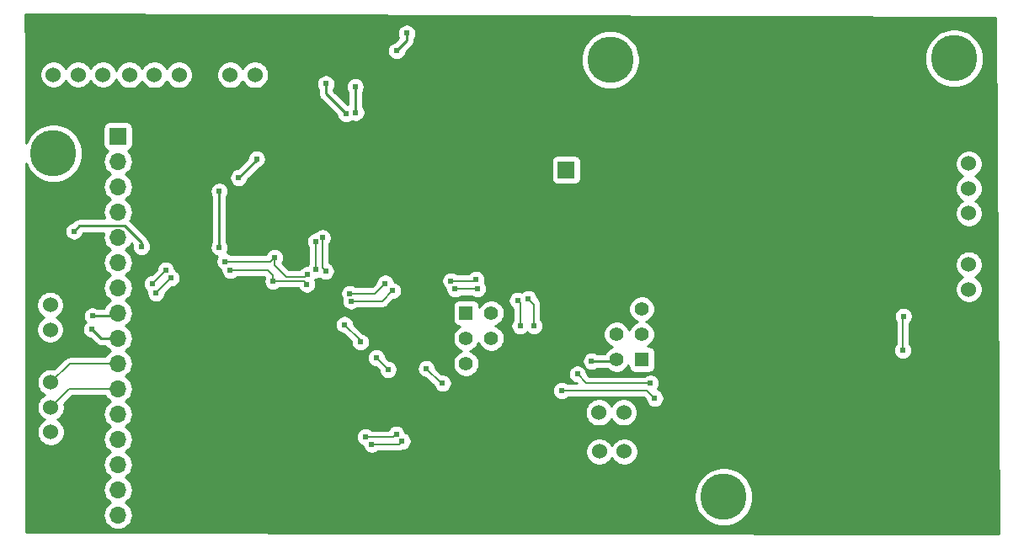
<source format=gbl>
G04 #@! TF.GenerationSoftware,KiCad,Pcbnew,(5.1.4-0-10_14)*
G04 #@! TF.CreationDate,2019-11-22T04:33:24-05:00*
G04 #@! TF.ProjectId,controllerBoard,636f6e74-726f-46c6-9c65-72426f617264,rev?*
G04 #@! TF.SameCoordinates,Original*
G04 #@! TF.FileFunction,Copper,L2,Bot*
G04 #@! TF.FilePolarity,Positive*
%FSLAX46Y46*%
G04 Gerber Fmt 4.6, Leading zero omitted, Abs format (unit mm)*
G04 Created by KiCad (PCBNEW (5.1.4-0-10_14)) date 2019-11-22 04:33:24*
%MOMM*%
%LPD*%
G04 APERTURE LIST*
%ADD10C,4.648200*%
%ADD11C,1.400000*%
%ADD12R,1.400000X1.400000*%
%ADD13R,1.700000X1.700000*%
%ADD14O,1.700000X1.700000*%
%ADD15C,1.524000*%
%ADD16C,0.609600*%
%ADD17C,0.152400*%
%ADD18C,0.254000*%
G04 APERTURE END LIST*
D10*
X25273000Y-64058800D03*
X92659200Y-98602800D03*
X81254600Y-54635400D03*
X115824000Y-54508400D03*
D11*
X69291200Y-85191600D03*
X66751200Y-85191600D03*
X69291200Y-82651600D03*
X66751200Y-82651600D03*
X69291200Y-80111600D03*
D12*
X66751200Y-80111600D03*
D13*
X31750000Y-62331600D03*
D14*
X31750000Y-64871600D03*
X31750000Y-67411600D03*
X31750000Y-69951600D03*
X31750000Y-72491600D03*
X31750000Y-75031600D03*
X31750000Y-77571600D03*
X31750000Y-80111600D03*
X31750000Y-82651600D03*
X31750000Y-85191600D03*
X31750000Y-87731600D03*
X31750000Y-90271600D03*
X31750000Y-92811600D03*
X31750000Y-95351600D03*
X31750000Y-97891600D03*
X31750000Y-100431600D03*
D12*
X84429600Y-84785200D03*
D11*
X81889600Y-84785200D03*
X84429600Y-82245200D03*
X81889600Y-82245200D03*
X84429600Y-79705200D03*
X81889600Y-79705200D03*
D15*
X117297200Y-70078600D03*
X117297200Y-67589400D03*
X117297200Y-65100200D03*
X117297200Y-72745600D03*
X117297200Y-75234800D03*
X117297200Y-77724000D03*
X40563800Y-56159400D03*
X43053000Y-56159400D03*
X45542200Y-56159400D03*
X32918400Y-56159400D03*
X35407600Y-56159400D03*
X37896800Y-56159400D03*
X30251400Y-56134000D03*
X27762200Y-56134000D03*
X25273000Y-56134000D03*
X82600800Y-90119200D03*
X80111600Y-90119200D03*
X77622400Y-90119200D03*
X77673200Y-94056200D03*
X80162400Y-94056200D03*
X82651600Y-94056200D03*
D13*
X76809600Y-65709800D03*
D14*
X76809600Y-63169800D03*
D15*
X24993600Y-92075000D03*
X24993600Y-89585800D03*
X24993600Y-87096600D03*
X24942800Y-79298800D03*
X24942800Y-81788000D03*
X24942800Y-84277200D03*
D16*
X70942200Y-73050400D03*
X55194200Y-73558400D03*
X65862200Y-56794400D03*
X68148200Y-56794400D03*
X68148200Y-55016400D03*
X65862200Y-55016400D03*
X50876200Y-66446400D03*
X50622200Y-61620400D03*
X49606200Y-62636400D03*
X50622200Y-63652400D03*
X49606200Y-64668400D03*
X50622200Y-65430400D03*
X49606200Y-66446400D03*
X70688200Y-67462400D03*
X65100200Y-75082400D03*
X50114200Y-95351600D03*
X45135800Y-100558600D03*
X45135800Y-94157800D03*
X103022400Y-69088000D03*
X107035600Y-76657200D03*
X36753800Y-80111600D03*
X77825600Y-76835000D03*
X97815400Y-73685400D03*
X70434200Y-97510600D03*
X116789200Y-83134200D03*
X79375000Y-84963000D03*
X41935400Y-73507600D03*
X41935400Y-67868800D03*
X110667800Y-83870800D03*
X110718600Y-80441800D03*
X43891200Y-66497200D03*
X45694600Y-64617600D03*
X34112200Y-73456800D03*
X27330400Y-71882000D03*
X55613300Y-57348300D03*
X55664100Y-59939100D03*
X54686200Y-60096400D03*
X52654200Y-57048400D03*
X59766200Y-53746400D03*
X60782200Y-51968400D03*
X54533800Y-81280000D03*
X56134000Y-83032600D03*
X57734200Y-84607400D03*
X58902600Y-85801200D03*
X62763400Y-85699600D03*
X64389000Y-87172800D03*
X52308222Y-72535072D03*
X52628800Y-75895200D03*
X51638200Y-72898000D03*
X51663600Y-75768200D03*
X35229800Y-77165200D03*
X36550600Y-75819000D03*
X43053000Y-75819000D03*
X47345600Y-76911200D03*
X29184600Y-80416400D03*
X50749200Y-77216000D03*
X55203511Y-78905511D03*
X59368312Y-77867888D03*
X65659000Y-77698600D03*
X67894200Y-77673200D03*
X85725000Y-88671400D03*
X76352400Y-87909400D03*
X72186800Y-81395799D03*
X71932800Y-78841600D03*
X35585400Y-78105000D03*
X37109400Y-76606400D03*
X42519600Y-74930000D03*
X47498000Y-74549000D03*
X29133800Y-81762600D03*
X50774600Y-76276200D03*
X55067200Y-78155800D03*
X58631712Y-77131288D03*
X65235603Y-76878794D03*
X67767200Y-76733400D03*
X85293200Y-87172800D03*
X77952600Y-86258400D03*
X73583800Y-81395799D03*
X73025000Y-78689200D03*
X56642000Y-92583000D03*
X59740800Y-92303600D03*
X57277000Y-93319600D03*
X60325000Y-92989400D03*
D17*
X50114200Y-95351600D02*
X48285400Y-95351600D01*
X48285400Y-95351600D02*
X46532800Y-97104200D01*
X45135800Y-94157800D02*
X45135800Y-92659200D01*
X45135800Y-100558600D02*
X45135800Y-94157800D01*
D18*
X81711800Y-84963000D02*
X81889600Y-84785200D01*
X79375000Y-84963000D02*
X81711800Y-84963000D01*
X41935400Y-73507600D02*
X41935400Y-67868800D01*
D17*
X110667800Y-80492600D02*
X110718600Y-80441800D01*
X110667800Y-83870800D02*
X110667800Y-80492600D01*
D18*
X45694600Y-64693800D02*
X45694600Y-64617600D01*
X43891200Y-66497200D02*
X45694600Y-64693800D01*
X27850201Y-71362199D02*
X27330400Y-71882000D01*
X34112200Y-73025748D02*
X32448651Y-71362199D01*
X32448651Y-71362199D02*
X27850201Y-71362199D01*
X34112200Y-73456800D02*
X34112200Y-73025748D01*
X55613300Y-59888300D02*
X55664100Y-59939100D01*
X55613300Y-57348300D02*
X55613300Y-59888300D01*
X52654200Y-58064400D02*
X54686200Y-60096400D01*
X52654200Y-57048400D02*
X52654200Y-58064400D01*
X60782200Y-52730400D02*
X59766200Y-53746400D01*
X60782200Y-51968400D02*
X60782200Y-52730400D01*
D17*
X56134000Y-82880200D02*
X56134000Y-83032600D01*
X54533800Y-81280000D02*
X56134000Y-82880200D01*
X58902600Y-85775800D02*
X58902600Y-85801200D01*
X57734200Y-84607400D02*
X58902600Y-85775800D01*
X64236600Y-87172800D02*
X64389000Y-87172800D01*
X62763400Y-85699600D02*
X64236600Y-87172800D01*
X52308222Y-75574622D02*
X52628800Y-75895200D01*
X52308222Y-72535072D02*
X52308222Y-75574622D01*
X51638200Y-75742800D02*
X51663600Y-75768200D01*
X51638200Y-72898000D02*
X51638200Y-75742800D01*
X36550600Y-75844400D02*
X36550600Y-75819000D01*
X35229800Y-77165200D02*
X36550600Y-75844400D01*
D18*
X31445200Y-80416400D02*
X31750000Y-80111600D01*
X29184600Y-80416400D02*
X31445200Y-80416400D01*
D17*
X50444400Y-76911200D02*
X50749200Y-77216000D01*
X47345600Y-76911200D02*
X50444400Y-76911200D01*
X47345600Y-76301600D02*
X47345600Y-76911200D01*
X46863000Y-75819000D02*
X47345600Y-76301600D01*
X43053000Y-75819000D02*
X46863000Y-75819000D01*
X58330689Y-78905511D02*
X59368312Y-77867888D01*
X55203511Y-78905511D02*
X58330689Y-78905511D01*
X67868800Y-77698600D02*
X67894200Y-77673200D01*
X65659000Y-77698600D02*
X67868800Y-77698600D01*
X84963000Y-87909400D02*
X76352400Y-87909400D01*
X85725000Y-88671400D02*
X84963000Y-87909400D01*
X72186800Y-79095600D02*
X71932800Y-78841600D01*
X72186800Y-81395799D02*
X72186800Y-79095600D01*
X37084000Y-76606400D02*
X37109400Y-76606400D01*
X35585400Y-78105000D02*
X37084000Y-76606400D01*
X47117000Y-74930000D02*
X47498000Y-74549000D01*
X42519600Y-74930000D02*
X47117000Y-74930000D01*
D18*
X30022800Y-82651600D02*
X31750000Y-82651600D01*
X29133800Y-81762600D02*
X30022800Y-82651600D01*
D17*
X50571400Y-76479400D02*
X50774600Y-76276200D01*
X48666400Y-76479400D02*
X50571400Y-76479400D01*
X47498000Y-75311000D02*
X48666400Y-76479400D01*
X47498000Y-74549000D02*
X47498000Y-75311000D01*
X57607200Y-78155800D02*
X58631712Y-77131288D01*
X55067200Y-78155800D02*
X57607200Y-78155800D01*
X67621806Y-76878794D02*
X67767200Y-76733400D01*
X65235603Y-76878794D02*
X67621806Y-76878794D01*
X78867000Y-87172800D02*
X77952600Y-86258400D01*
X85293200Y-87172800D02*
X78867000Y-87172800D01*
X73583800Y-79248000D02*
X73025000Y-78689200D01*
X73583800Y-81395799D02*
X73583800Y-79248000D01*
X26898600Y-85191600D02*
X31750000Y-85191600D01*
X24993600Y-87096600D02*
X26898600Y-85191600D01*
X26847800Y-87731600D02*
X24993600Y-89585800D01*
X31750000Y-87731600D02*
X26847800Y-87731600D01*
X59461400Y-92583000D02*
X59740800Y-92303600D01*
X56642000Y-92583000D02*
X59461400Y-92583000D01*
X59994800Y-93319600D02*
X60325000Y-92989400D01*
X57277000Y-93319600D02*
X59994800Y-93319600D01*
D18*
G36*
X119995168Y-50415268D02*
G01*
X120316580Y-102310935D01*
X22552990Y-102110652D01*
X22531397Y-86959008D01*
X23596600Y-86959008D01*
X23596600Y-87234192D01*
X23650286Y-87504090D01*
X23755595Y-87758327D01*
X23908480Y-87987135D01*
X24103065Y-88181720D01*
X24331873Y-88334605D01*
X24347795Y-88341200D01*
X24331873Y-88347795D01*
X24103065Y-88500680D01*
X23908480Y-88695265D01*
X23755595Y-88924073D01*
X23650286Y-89178310D01*
X23596600Y-89448208D01*
X23596600Y-89723392D01*
X23650286Y-89993290D01*
X23755595Y-90247527D01*
X23908480Y-90476335D01*
X24103065Y-90670920D01*
X24331873Y-90823805D01*
X24347795Y-90830400D01*
X24331873Y-90836995D01*
X24103065Y-90989880D01*
X23908480Y-91184465D01*
X23755595Y-91413273D01*
X23650286Y-91667510D01*
X23596600Y-91937408D01*
X23596600Y-92212592D01*
X23650286Y-92482490D01*
X23755595Y-92736727D01*
X23908480Y-92965535D01*
X24103065Y-93160120D01*
X24331873Y-93313005D01*
X24586110Y-93418314D01*
X24856008Y-93472000D01*
X25131192Y-93472000D01*
X25401090Y-93418314D01*
X25655327Y-93313005D01*
X25884135Y-93160120D01*
X26078720Y-92965535D01*
X26231605Y-92736727D01*
X26336914Y-92482490D01*
X26390600Y-92212592D01*
X26390600Y-91937408D01*
X26336914Y-91667510D01*
X26231605Y-91413273D01*
X26078720Y-91184465D01*
X25884135Y-90989880D01*
X25655327Y-90836995D01*
X25639405Y-90830400D01*
X25655327Y-90823805D01*
X25884135Y-90670920D01*
X26078720Y-90476335D01*
X26231605Y-90247527D01*
X26336914Y-89993290D01*
X26390600Y-89723392D01*
X26390600Y-89448208D01*
X26348522Y-89236666D01*
X27142388Y-88442800D01*
X30446321Y-88442800D01*
X30509294Y-88560614D01*
X30694866Y-88786734D01*
X30920986Y-88972306D01*
X30975791Y-89001600D01*
X30920986Y-89030894D01*
X30694866Y-89216466D01*
X30509294Y-89442586D01*
X30371401Y-89700566D01*
X30286487Y-89980489D01*
X30257815Y-90271600D01*
X30286487Y-90562711D01*
X30371401Y-90842634D01*
X30509294Y-91100614D01*
X30694866Y-91326734D01*
X30920986Y-91512306D01*
X30975791Y-91541600D01*
X30920986Y-91570894D01*
X30694866Y-91756466D01*
X30509294Y-91982586D01*
X30371401Y-92240566D01*
X30286487Y-92520489D01*
X30257815Y-92811600D01*
X30286487Y-93102711D01*
X30371401Y-93382634D01*
X30509294Y-93640614D01*
X30694866Y-93866734D01*
X30920986Y-94052306D01*
X30975791Y-94081600D01*
X30920986Y-94110894D01*
X30694866Y-94296466D01*
X30509294Y-94522586D01*
X30371401Y-94780566D01*
X30286487Y-95060489D01*
X30257815Y-95351600D01*
X30286487Y-95642711D01*
X30371401Y-95922634D01*
X30509294Y-96180614D01*
X30694866Y-96406734D01*
X30920986Y-96592306D01*
X30975791Y-96621600D01*
X30920986Y-96650894D01*
X30694866Y-96836466D01*
X30509294Y-97062586D01*
X30371401Y-97320566D01*
X30286487Y-97600489D01*
X30257815Y-97891600D01*
X30286487Y-98182711D01*
X30371401Y-98462634D01*
X30509294Y-98720614D01*
X30694866Y-98946734D01*
X30920986Y-99132306D01*
X30975791Y-99161600D01*
X30920986Y-99190894D01*
X30694866Y-99376466D01*
X30509294Y-99602586D01*
X30371401Y-99860566D01*
X30286487Y-100140489D01*
X30257815Y-100431600D01*
X30286487Y-100722711D01*
X30371401Y-101002634D01*
X30509294Y-101260614D01*
X30694866Y-101486734D01*
X30920986Y-101672306D01*
X31178966Y-101810199D01*
X31458889Y-101895113D01*
X31677050Y-101916600D01*
X31822950Y-101916600D01*
X32041111Y-101895113D01*
X32321034Y-101810199D01*
X32579014Y-101672306D01*
X32805134Y-101486734D01*
X32990706Y-101260614D01*
X33128599Y-101002634D01*
X33213513Y-100722711D01*
X33242185Y-100431600D01*
X33213513Y-100140489D01*
X33128599Y-99860566D01*
X32990706Y-99602586D01*
X32805134Y-99376466D01*
X32579014Y-99190894D01*
X32524209Y-99161600D01*
X32579014Y-99132306D01*
X32805134Y-98946734D01*
X32990706Y-98720614D01*
X33128599Y-98462634D01*
X33174489Y-98311354D01*
X89700100Y-98311354D01*
X89700100Y-98894246D01*
X89813816Y-99465938D01*
X90036879Y-100004460D01*
X90360717Y-100489116D01*
X90772884Y-100901283D01*
X91257540Y-101225121D01*
X91796062Y-101448184D01*
X92367754Y-101561900D01*
X92950646Y-101561900D01*
X93522338Y-101448184D01*
X94060860Y-101225121D01*
X94545516Y-100901283D01*
X94957683Y-100489116D01*
X95281521Y-100004460D01*
X95504584Y-99465938D01*
X95618300Y-98894246D01*
X95618300Y-98311354D01*
X95504584Y-97739662D01*
X95281521Y-97201140D01*
X94957683Y-96716484D01*
X94545516Y-96304317D01*
X94060860Y-95980479D01*
X93522338Y-95757416D01*
X92950646Y-95643700D01*
X92367754Y-95643700D01*
X91796062Y-95757416D01*
X91257540Y-95980479D01*
X90772884Y-96304317D01*
X90360717Y-96716484D01*
X90036879Y-97201140D01*
X89813816Y-97739662D01*
X89700100Y-98311354D01*
X33174489Y-98311354D01*
X33213513Y-98182711D01*
X33242185Y-97891600D01*
X33213513Y-97600489D01*
X33128599Y-97320566D01*
X32990706Y-97062586D01*
X32805134Y-96836466D01*
X32579014Y-96650894D01*
X32524209Y-96621600D01*
X32579014Y-96592306D01*
X32805134Y-96406734D01*
X32990706Y-96180614D01*
X33128599Y-95922634D01*
X33213513Y-95642711D01*
X33242185Y-95351600D01*
X33213513Y-95060489D01*
X33128599Y-94780566D01*
X32990706Y-94522586D01*
X32805134Y-94296466D01*
X32579014Y-94110894D01*
X32524209Y-94081600D01*
X32579014Y-94052306D01*
X32805134Y-93866734D01*
X32990706Y-93640614D01*
X33128599Y-93382634D01*
X33213513Y-93102711D01*
X33242185Y-92811600D01*
X33213513Y-92520489D01*
X33204398Y-92490438D01*
X55702200Y-92490438D01*
X55702200Y-92675562D01*
X55738316Y-92857129D01*
X55809160Y-93028162D01*
X55912010Y-93182087D01*
X56042913Y-93312990D01*
X56196838Y-93415840D01*
X56350600Y-93479530D01*
X56373316Y-93593729D01*
X56444160Y-93764762D01*
X56547010Y-93918687D01*
X56677913Y-94049590D01*
X56831838Y-94152440D01*
X57002871Y-94223284D01*
X57184438Y-94259400D01*
X57369562Y-94259400D01*
X57551129Y-94223284D01*
X57722162Y-94152440D01*
X57876087Y-94049590D01*
X57894877Y-94030800D01*
X59959874Y-94030800D01*
X59994800Y-94034240D01*
X60029726Y-94030800D01*
X60029736Y-94030800D01*
X60134220Y-94020509D01*
X60268281Y-93979842D01*
X60363025Y-93929200D01*
X60417562Y-93929200D01*
X60470811Y-93918608D01*
X78765400Y-93918608D01*
X78765400Y-94193792D01*
X78819086Y-94463690D01*
X78924395Y-94717927D01*
X79077280Y-94946735D01*
X79271865Y-95141320D01*
X79500673Y-95294205D01*
X79754910Y-95399514D01*
X80024808Y-95453200D01*
X80299992Y-95453200D01*
X80569890Y-95399514D01*
X80824127Y-95294205D01*
X81052935Y-95141320D01*
X81247520Y-94946735D01*
X81400405Y-94717927D01*
X81407000Y-94702005D01*
X81413595Y-94717927D01*
X81566480Y-94946735D01*
X81761065Y-95141320D01*
X81989873Y-95294205D01*
X82244110Y-95399514D01*
X82514008Y-95453200D01*
X82789192Y-95453200D01*
X83059090Y-95399514D01*
X83313327Y-95294205D01*
X83542135Y-95141320D01*
X83736720Y-94946735D01*
X83889605Y-94717927D01*
X83994914Y-94463690D01*
X84048600Y-94193792D01*
X84048600Y-93918608D01*
X83994914Y-93648710D01*
X83889605Y-93394473D01*
X83736720Y-93165665D01*
X83542135Y-92971080D01*
X83313327Y-92818195D01*
X83059090Y-92712886D01*
X82789192Y-92659200D01*
X82514008Y-92659200D01*
X82244110Y-92712886D01*
X81989873Y-92818195D01*
X81761065Y-92971080D01*
X81566480Y-93165665D01*
X81413595Y-93394473D01*
X81407000Y-93410395D01*
X81400405Y-93394473D01*
X81247520Y-93165665D01*
X81052935Y-92971080D01*
X80824127Y-92818195D01*
X80569890Y-92712886D01*
X80299992Y-92659200D01*
X80024808Y-92659200D01*
X79754910Y-92712886D01*
X79500673Y-92818195D01*
X79271865Y-92971080D01*
X79077280Y-93165665D01*
X78924395Y-93394473D01*
X78819086Y-93648710D01*
X78765400Y-93918608D01*
X60470811Y-93918608D01*
X60599129Y-93893084D01*
X60770162Y-93822240D01*
X60924087Y-93719390D01*
X61054990Y-93588487D01*
X61157840Y-93434562D01*
X61228684Y-93263529D01*
X61264800Y-93081962D01*
X61264800Y-92896838D01*
X61228684Y-92715271D01*
X61157840Y-92544238D01*
X61054990Y-92390313D01*
X60924087Y-92259410D01*
X60770162Y-92156560D01*
X60660749Y-92111240D01*
X60644484Y-92029471D01*
X60573640Y-91858438D01*
X60470790Y-91704513D01*
X60339887Y-91573610D01*
X60185962Y-91470760D01*
X60014929Y-91399916D01*
X59833362Y-91363800D01*
X59648238Y-91363800D01*
X59466671Y-91399916D01*
X59295638Y-91470760D01*
X59141713Y-91573610D01*
X59010810Y-91704513D01*
X58907960Y-91858438D01*
X58902425Y-91871800D01*
X57259877Y-91871800D01*
X57241087Y-91853010D01*
X57087162Y-91750160D01*
X56916129Y-91679316D01*
X56734562Y-91643200D01*
X56549438Y-91643200D01*
X56367871Y-91679316D01*
X56196838Y-91750160D01*
X56042913Y-91853010D01*
X55912010Y-91983913D01*
X55809160Y-92137838D01*
X55738316Y-92308871D01*
X55702200Y-92490438D01*
X33204398Y-92490438D01*
X33128599Y-92240566D01*
X32990706Y-91982586D01*
X32805134Y-91756466D01*
X32579014Y-91570894D01*
X32524209Y-91541600D01*
X32579014Y-91512306D01*
X32805134Y-91326734D01*
X32990706Y-91100614D01*
X33128599Y-90842634D01*
X33213513Y-90562711D01*
X33242185Y-90271600D01*
X33213624Y-89981608D01*
X78714600Y-89981608D01*
X78714600Y-90256792D01*
X78768286Y-90526690D01*
X78873595Y-90780927D01*
X79026480Y-91009735D01*
X79221065Y-91204320D01*
X79449873Y-91357205D01*
X79704110Y-91462514D01*
X79974008Y-91516200D01*
X80249192Y-91516200D01*
X80519090Y-91462514D01*
X80773327Y-91357205D01*
X81002135Y-91204320D01*
X81196720Y-91009735D01*
X81349605Y-90780927D01*
X81356200Y-90765005D01*
X81362795Y-90780927D01*
X81515680Y-91009735D01*
X81710265Y-91204320D01*
X81939073Y-91357205D01*
X82193310Y-91462514D01*
X82463208Y-91516200D01*
X82738392Y-91516200D01*
X83008290Y-91462514D01*
X83262527Y-91357205D01*
X83491335Y-91204320D01*
X83685920Y-91009735D01*
X83838805Y-90780927D01*
X83944114Y-90526690D01*
X83997800Y-90256792D01*
X83997800Y-89981608D01*
X83944114Y-89711710D01*
X83838805Y-89457473D01*
X83685920Y-89228665D01*
X83491335Y-89034080D01*
X83262527Y-88881195D01*
X83008290Y-88775886D01*
X82738392Y-88722200D01*
X82463208Y-88722200D01*
X82193310Y-88775886D01*
X81939073Y-88881195D01*
X81710265Y-89034080D01*
X81515680Y-89228665D01*
X81362795Y-89457473D01*
X81356200Y-89473395D01*
X81349605Y-89457473D01*
X81196720Y-89228665D01*
X81002135Y-89034080D01*
X80773327Y-88881195D01*
X80519090Y-88775886D01*
X80249192Y-88722200D01*
X79974008Y-88722200D01*
X79704110Y-88775886D01*
X79449873Y-88881195D01*
X79221065Y-89034080D01*
X79026480Y-89228665D01*
X78873595Y-89457473D01*
X78768286Y-89711710D01*
X78714600Y-89981608D01*
X33213624Y-89981608D01*
X33213513Y-89980489D01*
X33128599Y-89700566D01*
X32990706Y-89442586D01*
X32805134Y-89216466D01*
X32579014Y-89030894D01*
X32524209Y-89001600D01*
X32579014Y-88972306D01*
X32805134Y-88786734D01*
X32990706Y-88560614D01*
X33128599Y-88302634D01*
X33213513Y-88022711D01*
X33242185Y-87731600D01*
X33213513Y-87440489D01*
X33128599Y-87160566D01*
X32990706Y-86902586D01*
X32805134Y-86676466D01*
X32579014Y-86490894D01*
X32524209Y-86461600D01*
X32579014Y-86432306D01*
X32805134Y-86246734D01*
X32990706Y-86020614D01*
X33128599Y-85762634D01*
X33213513Y-85482711D01*
X33242185Y-85191600D01*
X33213513Y-84900489D01*
X33128599Y-84620566D01*
X33072087Y-84514838D01*
X56794400Y-84514838D01*
X56794400Y-84699962D01*
X56830516Y-84881529D01*
X56901360Y-85052562D01*
X57004210Y-85206487D01*
X57135113Y-85337390D01*
X57289038Y-85440240D01*
X57460071Y-85511084D01*
X57641638Y-85547200D01*
X57668213Y-85547200D01*
X57962800Y-85841788D01*
X57962800Y-85893762D01*
X57998916Y-86075329D01*
X58069760Y-86246362D01*
X58172610Y-86400287D01*
X58303513Y-86531190D01*
X58457438Y-86634040D01*
X58628471Y-86704884D01*
X58810038Y-86741000D01*
X58995162Y-86741000D01*
X59176729Y-86704884D01*
X59347762Y-86634040D01*
X59501687Y-86531190D01*
X59632590Y-86400287D01*
X59735440Y-86246362D01*
X59806284Y-86075329D01*
X59842400Y-85893762D01*
X59842400Y-85708638D01*
X59822191Y-85607038D01*
X61823600Y-85607038D01*
X61823600Y-85792162D01*
X61859716Y-85973729D01*
X61930560Y-86144762D01*
X62033410Y-86298687D01*
X62164313Y-86429590D01*
X62318238Y-86532440D01*
X62489271Y-86603284D01*
X62670838Y-86639400D01*
X62697412Y-86639400D01*
X63480443Y-87422432D01*
X63485316Y-87446929D01*
X63556160Y-87617962D01*
X63659010Y-87771887D01*
X63789913Y-87902790D01*
X63943838Y-88005640D01*
X64114871Y-88076484D01*
X64296438Y-88112600D01*
X64481562Y-88112600D01*
X64663129Y-88076484D01*
X64834162Y-88005640D01*
X64988087Y-87902790D01*
X65074039Y-87816838D01*
X75412600Y-87816838D01*
X75412600Y-88001962D01*
X75448716Y-88183529D01*
X75519560Y-88354562D01*
X75622410Y-88508487D01*
X75753313Y-88639390D01*
X75907238Y-88742240D01*
X76078271Y-88813084D01*
X76259838Y-88849200D01*
X76444962Y-88849200D01*
X76626529Y-88813084D01*
X76797562Y-88742240D01*
X76951487Y-88639390D01*
X76970277Y-88620600D01*
X84668412Y-88620600D01*
X84785200Y-88737388D01*
X84785200Y-88763962D01*
X84821316Y-88945529D01*
X84892160Y-89116562D01*
X84995010Y-89270487D01*
X85125913Y-89401390D01*
X85279838Y-89504240D01*
X85450871Y-89575084D01*
X85632438Y-89611200D01*
X85817562Y-89611200D01*
X85999129Y-89575084D01*
X86170162Y-89504240D01*
X86324087Y-89401390D01*
X86454990Y-89270487D01*
X86557840Y-89116562D01*
X86628684Y-88945529D01*
X86664800Y-88763962D01*
X86664800Y-88578838D01*
X86628684Y-88397271D01*
X86557840Y-88226238D01*
X86454990Y-88072313D01*
X86324087Y-87941410D01*
X86170162Y-87838560D01*
X86019092Y-87775985D01*
X86023190Y-87771887D01*
X86126040Y-87617962D01*
X86196884Y-87446929D01*
X86233000Y-87265362D01*
X86233000Y-87080238D01*
X86196884Y-86898671D01*
X86126040Y-86727638D01*
X86023190Y-86573713D01*
X85892287Y-86442810D01*
X85738362Y-86339960D01*
X85567329Y-86269116D01*
X85385762Y-86233000D01*
X85200638Y-86233000D01*
X85019071Y-86269116D01*
X84848038Y-86339960D01*
X84694113Y-86442810D01*
X84675323Y-86461600D01*
X79161588Y-86461600D01*
X78892400Y-86192413D01*
X78892400Y-86165838D01*
X78856284Y-85984271D01*
X78785440Y-85813238D01*
X78682590Y-85659313D01*
X78551687Y-85528410D01*
X78397762Y-85425560D01*
X78226729Y-85354716D01*
X78045162Y-85318600D01*
X77860038Y-85318600D01*
X77678471Y-85354716D01*
X77507438Y-85425560D01*
X77353513Y-85528410D01*
X77222610Y-85659313D01*
X77119760Y-85813238D01*
X77048916Y-85984271D01*
X77012800Y-86165838D01*
X77012800Y-86350962D01*
X77048916Y-86532529D01*
X77119760Y-86703562D01*
X77222610Y-86857487D01*
X77353513Y-86988390D01*
X77507438Y-87091240D01*
X77678471Y-87162084D01*
X77860038Y-87198200D01*
X76970277Y-87198200D01*
X76951487Y-87179410D01*
X76797562Y-87076560D01*
X76626529Y-87005716D01*
X76444962Y-86969600D01*
X76259838Y-86969600D01*
X76078271Y-87005716D01*
X75907238Y-87076560D01*
X75753313Y-87179410D01*
X75622410Y-87310313D01*
X75519560Y-87464238D01*
X75448716Y-87635271D01*
X75412600Y-87816838D01*
X65074039Y-87816838D01*
X65118990Y-87771887D01*
X65221840Y-87617962D01*
X65292684Y-87446929D01*
X65328800Y-87265362D01*
X65328800Y-87080238D01*
X65292684Y-86898671D01*
X65221840Y-86727638D01*
X65118990Y-86573713D01*
X64988087Y-86442810D01*
X64834162Y-86339960D01*
X64663129Y-86269116D01*
X64481562Y-86233000D01*
X64302588Y-86233000D01*
X63703200Y-85633612D01*
X63703200Y-85607038D01*
X63667084Y-85425471D01*
X63596240Y-85254438D01*
X63493390Y-85100513D01*
X63362487Y-84969610D01*
X63208562Y-84866760D01*
X63037529Y-84795916D01*
X62855962Y-84759800D01*
X62670838Y-84759800D01*
X62489271Y-84795916D01*
X62318238Y-84866760D01*
X62164313Y-84969610D01*
X62033410Y-85100513D01*
X61930560Y-85254438D01*
X61859716Y-85425471D01*
X61823600Y-85607038D01*
X59822191Y-85607038D01*
X59806284Y-85527071D01*
X59735440Y-85356038D01*
X59632590Y-85202113D01*
X59501687Y-85071210D01*
X59347762Y-84968360D01*
X59176729Y-84897516D01*
X58995162Y-84861400D01*
X58993988Y-84861400D01*
X58674000Y-84541413D01*
X58674000Y-84514838D01*
X58637884Y-84333271D01*
X58567040Y-84162238D01*
X58464190Y-84008313D01*
X58333287Y-83877410D01*
X58179362Y-83774560D01*
X58008329Y-83703716D01*
X57826762Y-83667600D01*
X57641638Y-83667600D01*
X57460071Y-83703716D01*
X57289038Y-83774560D01*
X57135113Y-83877410D01*
X57004210Y-84008313D01*
X56901360Y-84162238D01*
X56830516Y-84333271D01*
X56794400Y-84514838D01*
X33072087Y-84514838D01*
X32990706Y-84362586D01*
X32805134Y-84136466D01*
X32579014Y-83950894D01*
X32524209Y-83921600D01*
X32579014Y-83892306D01*
X32805134Y-83706734D01*
X32990706Y-83480614D01*
X33128599Y-83222634D01*
X33213513Y-82942711D01*
X33242185Y-82651600D01*
X33213513Y-82360489D01*
X33128599Y-82080566D01*
X32990706Y-81822586D01*
X32805134Y-81596466D01*
X32579014Y-81410894D01*
X32524209Y-81381600D01*
X32579014Y-81352306D01*
X32779906Y-81187438D01*
X53594000Y-81187438D01*
X53594000Y-81372562D01*
X53630116Y-81554129D01*
X53700960Y-81725162D01*
X53803810Y-81879087D01*
X53934713Y-82009990D01*
X54088638Y-82112840D01*
X54259671Y-82183684D01*
X54441238Y-82219800D01*
X54467812Y-82219800D01*
X55194200Y-82946188D01*
X55194200Y-83125162D01*
X55230316Y-83306729D01*
X55301160Y-83477762D01*
X55404010Y-83631687D01*
X55534913Y-83762590D01*
X55688838Y-83865440D01*
X55859871Y-83936284D01*
X56041438Y-83972400D01*
X56226562Y-83972400D01*
X56408129Y-83936284D01*
X56579162Y-83865440D01*
X56733087Y-83762590D01*
X56863990Y-83631687D01*
X56966840Y-83477762D01*
X57037684Y-83306729D01*
X57073800Y-83125162D01*
X57073800Y-82940038D01*
X57037684Y-82758471D01*
X56966840Y-82587438D01*
X56863990Y-82433513D01*
X56733087Y-82302610D01*
X56579162Y-82199760D01*
X56408129Y-82128916D01*
X56383632Y-82124043D01*
X55473600Y-81214012D01*
X55473600Y-81187438D01*
X55437484Y-81005871D01*
X55366640Y-80834838D01*
X55263790Y-80680913D01*
X55132887Y-80550010D01*
X54978962Y-80447160D01*
X54807929Y-80376316D01*
X54626362Y-80340200D01*
X54441238Y-80340200D01*
X54259671Y-80376316D01*
X54088638Y-80447160D01*
X53934713Y-80550010D01*
X53803810Y-80680913D01*
X53700960Y-80834838D01*
X53630116Y-81005871D01*
X53594000Y-81187438D01*
X32779906Y-81187438D01*
X32805134Y-81166734D01*
X32990706Y-80940614D01*
X33128599Y-80682634D01*
X33213513Y-80402711D01*
X33242185Y-80111600D01*
X33213513Y-79820489D01*
X33128599Y-79540566D01*
X32990706Y-79282586D01*
X32805134Y-79056466D01*
X32579014Y-78870894D01*
X32524209Y-78841600D01*
X32579014Y-78812306D01*
X32805134Y-78626734D01*
X32990706Y-78400614D01*
X33128599Y-78142634D01*
X33213513Y-77862711D01*
X33242185Y-77571600D01*
X33213513Y-77280489D01*
X33150462Y-77072638D01*
X34290000Y-77072638D01*
X34290000Y-77257762D01*
X34326116Y-77439329D01*
X34396960Y-77610362D01*
X34499810Y-77764287D01*
X34630713Y-77895190D01*
X34664440Y-77917725D01*
X34645600Y-78012438D01*
X34645600Y-78197562D01*
X34681716Y-78379129D01*
X34752560Y-78550162D01*
X34855410Y-78704087D01*
X34986313Y-78834990D01*
X35140238Y-78937840D01*
X35311271Y-79008684D01*
X35492838Y-79044800D01*
X35677962Y-79044800D01*
X35859529Y-79008684D01*
X36030562Y-78937840D01*
X36184487Y-78834990D01*
X36315390Y-78704087D01*
X36418240Y-78550162D01*
X36489084Y-78379129D01*
X36525200Y-78197562D01*
X36525200Y-78170988D01*
X37149988Y-77546200D01*
X37201962Y-77546200D01*
X37383529Y-77510084D01*
X37554562Y-77439240D01*
X37708487Y-77336390D01*
X37839390Y-77205487D01*
X37942240Y-77051562D01*
X38013084Y-76880529D01*
X38049200Y-76698962D01*
X38049200Y-76513838D01*
X38013084Y-76332271D01*
X37942240Y-76161238D01*
X37839390Y-76007313D01*
X37708487Y-75876410D01*
X37554562Y-75773560D01*
X37490400Y-75746983D01*
X37490400Y-75726438D01*
X37454284Y-75544871D01*
X37383440Y-75373838D01*
X37280590Y-75219913D01*
X37149687Y-75089010D01*
X36995762Y-74986160D01*
X36824729Y-74915316D01*
X36643162Y-74879200D01*
X36458038Y-74879200D01*
X36276471Y-74915316D01*
X36105438Y-74986160D01*
X35951513Y-75089010D01*
X35820610Y-75219913D01*
X35717760Y-75373838D01*
X35646916Y-75544871D01*
X35610800Y-75726438D01*
X35610800Y-75778412D01*
X35163812Y-76225400D01*
X35137238Y-76225400D01*
X34955671Y-76261516D01*
X34784638Y-76332360D01*
X34630713Y-76435210D01*
X34499810Y-76566113D01*
X34396960Y-76720038D01*
X34326116Y-76891071D01*
X34290000Y-77072638D01*
X33150462Y-77072638D01*
X33128599Y-77000566D01*
X32990706Y-76742586D01*
X32805134Y-76516466D01*
X32579014Y-76330894D01*
X32524209Y-76301600D01*
X32579014Y-76272306D01*
X32805134Y-76086734D01*
X32990706Y-75860614D01*
X33128599Y-75602634D01*
X33213513Y-75322711D01*
X33242185Y-75031600D01*
X33213513Y-74740489D01*
X33128599Y-74460566D01*
X32990706Y-74202586D01*
X32805134Y-73976466D01*
X32579014Y-73790894D01*
X32524209Y-73761600D01*
X32579014Y-73732306D01*
X32805134Y-73546734D01*
X32990706Y-73320614D01*
X33108695Y-73099873D01*
X33205692Y-73196870D01*
X33172400Y-73364238D01*
X33172400Y-73549362D01*
X33208516Y-73730929D01*
X33279360Y-73901962D01*
X33382210Y-74055887D01*
X33513113Y-74186790D01*
X33667038Y-74289640D01*
X33838071Y-74360484D01*
X34019638Y-74396600D01*
X34204762Y-74396600D01*
X34386329Y-74360484D01*
X34557362Y-74289640D01*
X34711287Y-74186790D01*
X34842190Y-74055887D01*
X34945040Y-73901962D01*
X35015884Y-73730929D01*
X35052000Y-73549362D01*
X35052000Y-73364238D01*
X35015884Y-73182671D01*
X34945040Y-73011638D01*
X34864647Y-72891321D01*
X34863174Y-72876370D01*
X34819602Y-72732733D01*
X34786665Y-72671112D01*
X34748845Y-72600355D01*
X34710076Y-72553116D01*
X34653622Y-72484326D01*
X34624546Y-72460464D01*
X33013935Y-70849853D01*
X32990073Y-70820777D01*
X32970756Y-70804924D01*
X32990706Y-70780614D01*
X33128599Y-70522634D01*
X33213513Y-70242711D01*
X33242185Y-69951600D01*
X33213513Y-69660489D01*
X33128599Y-69380566D01*
X32990706Y-69122586D01*
X32805134Y-68896466D01*
X32579014Y-68710894D01*
X32524209Y-68681600D01*
X32579014Y-68652306D01*
X32805134Y-68466734D01*
X32990706Y-68240614D01*
X33128599Y-67982634D01*
X33191208Y-67776238D01*
X40995600Y-67776238D01*
X40995600Y-67961362D01*
X41031716Y-68142929D01*
X41102560Y-68313962D01*
X41173401Y-68419982D01*
X41173400Y-72956419D01*
X41102560Y-73062438D01*
X41031716Y-73233471D01*
X40995600Y-73415038D01*
X40995600Y-73600162D01*
X41031716Y-73781729D01*
X41102560Y-73952762D01*
X41205410Y-74106687D01*
X41336313Y-74237590D01*
X41490238Y-74340440D01*
X41661271Y-74411284D01*
X41727151Y-74424388D01*
X41686760Y-74484838D01*
X41615916Y-74655871D01*
X41579800Y-74837438D01*
X41579800Y-75022562D01*
X41615916Y-75204129D01*
X41686760Y-75375162D01*
X41789610Y-75529087D01*
X41920513Y-75659990D01*
X42074438Y-75762840D01*
X42113200Y-75778896D01*
X42113200Y-75911562D01*
X42149316Y-76093129D01*
X42220160Y-76264162D01*
X42323010Y-76418087D01*
X42453913Y-76548990D01*
X42607838Y-76651840D01*
X42778871Y-76722684D01*
X42960438Y-76758800D01*
X43145562Y-76758800D01*
X43327129Y-76722684D01*
X43498162Y-76651840D01*
X43652087Y-76548990D01*
X43670877Y-76530200D01*
X46486183Y-76530200D01*
X46441916Y-76637071D01*
X46405800Y-76818638D01*
X46405800Y-77003762D01*
X46441916Y-77185329D01*
X46512760Y-77356362D01*
X46615610Y-77510287D01*
X46746513Y-77641190D01*
X46900438Y-77744040D01*
X47071471Y-77814884D01*
X47253038Y-77851000D01*
X47438162Y-77851000D01*
X47619729Y-77814884D01*
X47790762Y-77744040D01*
X47944687Y-77641190D01*
X47963477Y-77622400D01*
X49900304Y-77622400D01*
X49916360Y-77661162D01*
X50019210Y-77815087D01*
X50150113Y-77945990D01*
X50304038Y-78048840D01*
X50475071Y-78119684D01*
X50656638Y-78155800D01*
X50841762Y-78155800D01*
X51023329Y-78119684D01*
X51159602Y-78063238D01*
X54127400Y-78063238D01*
X54127400Y-78248362D01*
X54163516Y-78429929D01*
X54234360Y-78600962D01*
X54289472Y-78683442D01*
X54263711Y-78812949D01*
X54263711Y-78998073D01*
X54299827Y-79179640D01*
X54370671Y-79350673D01*
X54473521Y-79504598D01*
X54604424Y-79635501D01*
X54758349Y-79738351D01*
X54929382Y-79809195D01*
X55110949Y-79845311D01*
X55296073Y-79845311D01*
X55477640Y-79809195D01*
X55648673Y-79738351D01*
X55802598Y-79635501D01*
X55821388Y-79616711D01*
X58295763Y-79616711D01*
X58330689Y-79620151D01*
X58365615Y-79616711D01*
X58365625Y-79616711D01*
X58470109Y-79606420D01*
X58604170Y-79565753D01*
X58727722Y-79499713D01*
X58835087Y-79411600D01*
X65413128Y-79411600D01*
X65413128Y-80811600D01*
X65425388Y-80936082D01*
X65461698Y-81055780D01*
X65520663Y-81166094D01*
X65600015Y-81262785D01*
X65696706Y-81342137D01*
X65807020Y-81401102D01*
X65926718Y-81437412D01*
X66051200Y-81449672D01*
X66164390Y-81449672D01*
X66118841Y-81468539D01*
X65900187Y-81614638D01*
X65714238Y-81800587D01*
X65568139Y-82019241D01*
X65467504Y-82262195D01*
X65416200Y-82520114D01*
X65416200Y-82783086D01*
X65467504Y-83041005D01*
X65568139Y-83283959D01*
X65714238Y-83502613D01*
X65900187Y-83688562D01*
X66118841Y-83834661D01*
X66328730Y-83921600D01*
X66118841Y-84008539D01*
X65900187Y-84154638D01*
X65714238Y-84340587D01*
X65568139Y-84559241D01*
X65467504Y-84802195D01*
X65416200Y-85060114D01*
X65416200Y-85323086D01*
X65467504Y-85581005D01*
X65568139Y-85823959D01*
X65714238Y-86042613D01*
X65900187Y-86228562D01*
X66118841Y-86374661D01*
X66361795Y-86475296D01*
X66619714Y-86526600D01*
X66882686Y-86526600D01*
X67140605Y-86475296D01*
X67383559Y-86374661D01*
X67602213Y-86228562D01*
X67788162Y-86042613D01*
X67934261Y-85823959D01*
X68034896Y-85581005D01*
X68086200Y-85323086D01*
X68086200Y-85060114D01*
X68048471Y-84870438D01*
X78435200Y-84870438D01*
X78435200Y-85055562D01*
X78471316Y-85237129D01*
X78542160Y-85408162D01*
X78645010Y-85562087D01*
X78775913Y-85692990D01*
X78929838Y-85795840D01*
X79100871Y-85866684D01*
X79282438Y-85902800D01*
X79467562Y-85902800D01*
X79649129Y-85866684D01*
X79820162Y-85795840D01*
X79926181Y-85725000D01*
X80941425Y-85725000D01*
X81038587Y-85822162D01*
X81257241Y-85968261D01*
X81500195Y-86068896D01*
X81758114Y-86120200D01*
X82021086Y-86120200D01*
X82279005Y-86068896D01*
X82521959Y-85968261D01*
X82740613Y-85822162D01*
X82926562Y-85636213D01*
X83072661Y-85417559D01*
X83091528Y-85372010D01*
X83091528Y-85485200D01*
X83103788Y-85609682D01*
X83140098Y-85729380D01*
X83199063Y-85839694D01*
X83278415Y-85936385D01*
X83375106Y-86015737D01*
X83485420Y-86074702D01*
X83605118Y-86111012D01*
X83729600Y-86123272D01*
X85129600Y-86123272D01*
X85254082Y-86111012D01*
X85373780Y-86074702D01*
X85484094Y-86015737D01*
X85580785Y-85936385D01*
X85660137Y-85839694D01*
X85719102Y-85729380D01*
X85755412Y-85609682D01*
X85767672Y-85485200D01*
X85767672Y-84085200D01*
X85755412Y-83960718D01*
X85719102Y-83841020D01*
X85685544Y-83778238D01*
X109728000Y-83778238D01*
X109728000Y-83963362D01*
X109764116Y-84144929D01*
X109834960Y-84315962D01*
X109937810Y-84469887D01*
X110068713Y-84600790D01*
X110222638Y-84703640D01*
X110393671Y-84774484D01*
X110575238Y-84810600D01*
X110760362Y-84810600D01*
X110941929Y-84774484D01*
X111112962Y-84703640D01*
X111266887Y-84600790D01*
X111397790Y-84469887D01*
X111500640Y-84315962D01*
X111571484Y-84144929D01*
X111607600Y-83963362D01*
X111607600Y-83778238D01*
X111571484Y-83596671D01*
X111500640Y-83425638D01*
X111397790Y-83271713D01*
X111379000Y-83252923D01*
X111379000Y-81110477D01*
X111448590Y-81040887D01*
X111551440Y-80886962D01*
X111622284Y-80715929D01*
X111658400Y-80534362D01*
X111658400Y-80349238D01*
X111622284Y-80167671D01*
X111551440Y-79996638D01*
X111448590Y-79842713D01*
X111317687Y-79711810D01*
X111163762Y-79608960D01*
X110992729Y-79538116D01*
X110811162Y-79502000D01*
X110626038Y-79502000D01*
X110444471Y-79538116D01*
X110273438Y-79608960D01*
X110119513Y-79711810D01*
X109988610Y-79842713D01*
X109885760Y-79996638D01*
X109814916Y-80167671D01*
X109778800Y-80349238D01*
X109778800Y-80534362D01*
X109814916Y-80715929D01*
X109885760Y-80886962D01*
X109956601Y-80992982D01*
X109956600Y-83252923D01*
X109937810Y-83271713D01*
X109834960Y-83425638D01*
X109764116Y-83596671D01*
X109728000Y-83778238D01*
X85685544Y-83778238D01*
X85660137Y-83730706D01*
X85580785Y-83634015D01*
X85484094Y-83554663D01*
X85373780Y-83495698D01*
X85254082Y-83459388D01*
X85129600Y-83447128D01*
X85016410Y-83447128D01*
X85061959Y-83428261D01*
X85280613Y-83282162D01*
X85466562Y-83096213D01*
X85612661Y-82877559D01*
X85713296Y-82634605D01*
X85764600Y-82376686D01*
X85764600Y-82113714D01*
X85713296Y-81855795D01*
X85612661Y-81612841D01*
X85466562Y-81394187D01*
X85280613Y-81208238D01*
X85061959Y-81062139D01*
X84852070Y-80975200D01*
X85061959Y-80888261D01*
X85280613Y-80742162D01*
X85466562Y-80556213D01*
X85612661Y-80337559D01*
X85713296Y-80094605D01*
X85764600Y-79836686D01*
X85764600Y-79573714D01*
X85713296Y-79315795D01*
X85612661Y-79072841D01*
X85466562Y-78854187D01*
X85280613Y-78668238D01*
X85061959Y-78522139D01*
X84819005Y-78421504D01*
X84561086Y-78370200D01*
X84298114Y-78370200D01*
X84040195Y-78421504D01*
X83797241Y-78522139D01*
X83578587Y-78668238D01*
X83392638Y-78854187D01*
X83246539Y-79072841D01*
X83145904Y-79315795D01*
X83094600Y-79573714D01*
X83094600Y-79836686D01*
X83145904Y-80094605D01*
X83246539Y-80337559D01*
X83392638Y-80556213D01*
X83578587Y-80742162D01*
X83797241Y-80888261D01*
X84007130Y-80975200D01*
X83797241Y-81062139D01*
X83578587Y-81208238D01*
X83392638Y-81394187D01*
X83246539Y-81612841D01*
X83159600Y-81822730D01*
X83072661Y-81612841D01*
X82926562Y-81394187D01*
X82740613Y-81208238D01*
X82521959Y-81062139D01*
X82279005Y-80961504D01*
X82021086Y-80910200D01*
X81758114Y-80910200D01*
X81500195Y-80961504D01*
X81257241Y-81062139D01*
X81038587Y-81208238D01*
X80852638Y-81394187D01*
X80706539Y-81612841D01*
X80605904Y-81855795D01*
X80554600Y-82113714D01*
X80554600Y-82376686D01*
X80605904Y-82634605D01*
X80706539Y-82877559D01*
X80852638Y-83096213D01*
X81038587Y-83282162D01*
X81257241Y-83428261D01*
X81467130Y-83515200D01*
X81257241Y-83602139D01*
X81038587Y-83748238D01*
X80852638Y-83934187D01*
X80706539Y-84152841D01*
X80686591Y-84201000D01*
X79926181Y-84201000D01*
X79820162Y-84130160D01*
X79649129Y-84059316D01*
X79467562Y-84023200D01*
X79282438Y-84023200D01*
X79100871Y-84059316D01*
X78929838Y-84130160D01*
X78775913Y-84233010D01*
X78645010Y-84363913D01*
X78542160Y-84517838D01*
X78471316Y-84688871D01*
X78435200Y-84870438D01*
X68048471Y-84870438D01*
X68034896Y-84802195D01*
X67934261Y-84559241D01*
X67788162Y-84340587D01*
X67602213Y-84154638D01*
X67383559Y-84008539D01*
X67173670Y-83921600D01*
X67383559Y-83834661D01*
X67602213Y-83688562D01*
X67788162Y-83502613D01*
X67934261Y-83283959D01*
X68021200Y-83074070D01*
X68108139Y-83283959D01*
X68254238Y-83502613D01*
X68440187Y-83688562D01*
X68658841Y-83834661D01*
X68901795Y-83935296D01*
X69159714Y-83986600D01*
X69422686Y-83986600D01*
X69680605Y-83935296D01*
X69923559Y-83834661D01*
X70142213Y-83688562D01*
X70328162Y-83502613D01*
X70474261Y-83283959D01*
X70574896Y-83041005D01*
X70626200Y-82783086D01*
X70626200Y-82520114D01*
X70574896Y-82262195D01*
X70474261Y-82019241D01*
X70328162Y-81800587D01*
X70142213Y-81614638D01*
X69923559Y-81468539D01*
X69713670Y-81381600D01*
X69923559Y-81294661D01*
X70142213Y-81148562D01*
X70328162Y-80962613D01*
X70474261Y-80743959D01*
X70574896Y-80501005D01*
X70626200Y-80243086D01*
X70626200Y-79980114D01*
X70574896Y-79722195D01*
X70474261Y-79479241D01*
X70328162Y-79260587D01*
X70142213Y-79074638D01*
X69923559Y-78928539D01*
X69680605Y-78827904D01*
X69422686Y-78776600D01*
X69159714Y-78776600D01*
X68901795Y-78827904D01*
X68658841Y-78928539D01*
X68440187Y-79074638D01*
X68254238Y-79260587D01*
X68108139Y-79479241D01*
X68089272Y-79524790D01*
X68089272Y-79411600D01*
X68077012Y-79287118D01*
X68040702Y-79167420D01*
X67981737Y-79057106D01*
X67902385Y-78960415D01*
X67805694Y-78881063D01*
X67695380Y-78822098D01*
X67575682Y-78785788D01*
X67451200Y-78773528D01*
X66051200Y-78773528D01*
X65926718Y-78785788D01*
X65807020Y-78822098D01*
X65696706Y-78881063D01*
X65600015Y-78960415D01*
X65520663Y-79057106D01*
X65461698Y-79167420D01*
X65425388Y-79287118D01*
X65413128Y-79411600D01*
X58835087Y-79411600D01*
X58836016Y-79410838D01*
X58858290Y-79383697D01*
X59434300Y-78807688D01*
X59460874Y-78807688D01*
X59642441Y-78771572D01*
X59696843Y-78749038D01*
X70993000Y-78749038D01*
X70993000Y-78934162D01*
X71029116Y-79115729D01*
X71099960Y-79286762D01*
X71202810Y-79440687D01*
X71333713Y-79571590D01*
X71475601Y-79666397D01*
X71475600Y-80777922D01*
X71456810Y-80796712D01*
X71353960Y-80950637D01*
X71283116Y-81121670D01*
X71247000Y-81303237D01*
X71247000Y-81488361D01*
X71283116Y-81669928D01*
X71353960Y-81840961D01*
X71456810Y-81994886D01*
X71587713Y-82125789D01*
X71741638Y-82228639D01*
X71912671Y-82299483D01*
X72094238Y-82335599D01*
X72279362Y-82335599D01*
X72460929Y-82299483D01*
X72631962Y-82228639D01*
X72785887Y-82125789D01*
X72885300Y-82026376D01*
X72984713Y-82125789D01*
X73138638Y-82228639D01*
X73309671Y-82299483D01*
X73491238Y-82335599D01*
X73676362Y-82335599D01*
X73857929Y-82299483D01*
X74028962Y-82228639D01*
X74182887Y-82125789D01*
X74313790Y-81994886D01*
X74416640Y-81840961D01*
X74487484Y-81669928D01*
X74523600Y-81488361D01*
X74523600Y-81303237D01*
X74487484Y-81121670D01*
X74416640Y-80950637D01*
X74313790Y-80796712D01*
X74295000Y-80777922D01*
X74295000Y-79282928D01*
X74298440Y-79248000D01*
X74295000Y-79213071D01*
X74295000Y-79213064D01*
X74284709Y-79108580D01*
X74244042Y-78974519D01*
X74178002Y-78850967D01*
X74164890Y-78834990D01*
X74111398Y-78769809D01*
X74111393Y-78769804D01*
X74089127Y-78742673D01*
X74061995Y-78720407D01*
X73964800Y-78623211D01*
X73964800Y-78596638D01*
X73928684Y-78415071D01*
X73857840Y-78244038D01*
X73754990Y-78090113D01*
X73624087Y-77959210D01*
X73470162Y-77856360D01*
X73299129Y-77785516D01*
X73117562Y-77749400D01*
X72932438Y-77749400D01*
X72750871Y-77785516D01*
X72579838Y-77856360D01*
X72425913Y-77959210D01*
X72376831Y-78008292D01*
X72206929Y-77937916D01*
X72025362Y-77901800D01*
X71840238Y-77901800D01*
X71658671Y-77937916D01*
X71487638Y-78008760D01*
X71333713Y-78111610D01*
X71202810Y-78242513D01*
X71099960Y-78396438D01*
X71029116Y-78567471D01*
X70993000Y-78749038D01*
X59696843Y-78749038D01*
X59813474Y-78700728D01*
X59967399Y-78597878D01*
X60098302Y-78466975D01*
X60201152Y-78313050D01*
X60271996Y-78142017D01*
X60308112Y-77960450D01*
X60308112Y-77775326D01*
X60271996Y-77593759D01*
X60201152Y-77422726D01*
X60098302Y-77268801D01*
X59967399Y-77137898D01*
X59813474Y-77035048D01*
X59642441Y-76964204D01*
X59553156Y-76946444D01*
X59535396Y-76857159D01*
X59506018Y-76786232D01*
X64295803Y-76786232D01*
X64295803Y-76971356D01*
X64331919Y-77152923D01*
X64402763Y-77323956D01*
X64505613Y-77477881D01*
X64636516Y-77608784D01*
X64719200Y-77664032D01*
X64719200Y-77791162D01*
X64755316Y-77972729D01*
X64826160Y-78143762D01*
X64929010Y-78297687D01*
X65059913Y-78428590D01*
X65213838Y-78531440D01*
X65384871Y-78602284D01*
X65566438Y-78638400D01*
X65751562Y-78638400D01*
X65933129Y-78602284D01*
X66104162Y-78531440D01*
X66258087Y-78428590D01*
X66276877Y-78409800D01*
X67305006Y-78409800D01*
X67449038Y-78506040D01*
X67620071Y-78576884D01*
X67801638Y-78613000D01*
X67986762Y-78613000D01*
X68168329Y-78576884D01*
X68339362Y-78506040D01*
X68493287Y-78403190D01*
X68624190Y-78272287D01*
X68727040Y-78118362D01*
X68797884Y-77947329D01*
X68834000Y-77765762D01*
X68834000Y-77580638D01*
X68797884Y-77399071D01*
X68727040Y-77228038D01*
X68635989Y-77091772D01*
X68670884Y-77007529D01*
X68707000Y-76825962D01*
X68707000Y-76640838D01*
X68670884Y-76459271D01*
X68600040Y-76288238D01*
X68497190Y-76134313D01*
X68366287Y-76003410D01*
X68212362Y-75900560D01*
X68041329Y-75829716D01*
X67859762Y-75793600D01*
X67674638Y-75793600D01*
X67493071Y-75829716D01*
X67322038Y-75900560D01*
X67168113Y-76003410D01*
X67037210Y-76134313D01*
X67014972Y-76167594D01*
X65853480Y-76167594D01*
X65834690Y-76148804D01*
X65680765Y-76045954D01*
X65509732Y-75975110D01*
X65328165Y-75938994D01*
X65143041Y-75938994D01*
X64961474Y-75975110D01*
X64790441Y-76045954D01*
X64636516Y-76148804D01*
X64505613Y-76279707D01*
X64402763Y-76433632D01*
X64331919Y-76604665D01*
X64295803Y-76786232D01*
X59506018Y-76786232D01*
X59464552Y-76686126D01*
X59361702Y-76532201D01*
X59230799Y-76401298D01*
X59076874Y-76298448D01*
X58905841Y-76227604D01*
X58724274Y-76191488D01*
X58539150Y-76191488D01*
X58357583Y-76227604D01*
X58186550Y-76298448D01*
X58032625Y-76401298D01*
X57901722Y-76532201D01*
X57798872Y-76686126D01*
X57728028Y-76857159D01*
X57691912Y-77038726D01*
X57691912Y-77065300D01*
X57312613Y-77444600D01*
X55685077Y-77444600D01*
X55666287Y-77425810D01*
X55512362Y-77322960D01*
X55341329Y-77252116D01*
X55159762Y-77216000D01*
X54974638Y-77216000D01*
X54793071Y-77252116D01*
X54622038Y-77322960D01*
X54468113Y-77425810D01*
X54337210Y-77556713D01*
X54234360Y-77710638D01*
X54163516Y-77881671D01*
X54127400Y-78063238D01*
X51159602Y-78063238D01*
X51194362Y-78048840D01*
X51348287Y-77945990D01*
X51479190Y-77815087D01*
X51582040Y-77661162D01*
X51652884Y-77490129D01*
X51689000Y-77308562D01*
X51689000Y-77123438D01*
X51652884Y-76941871D01*
X51582040Y-76770838D01*
X51578210Y-76765107D01*
X51607440Y-76721362D01*
X51612975Y-76708000D01*
X51756162Y-76708000D01*
X51937729Y-76671884D01*
X52037652Y-76630495D01*
X52183638Y-76728040D01*
X52354671Y-76798884D01*
X52536238Y-76835000D01*
X52721362Y-76835000D01*
X52902929Y-76798884D01*
X53073962Y-76728040D01*
X53227887Y-76625190D01*
X53358790Y-76494287D01*
X53461640Y-76340362D01*
X53532484Y-76169329D01*
X53568600Y-75987762D01*
X53568600Y-75802638D01*
X53532484Y-75621071D01*
X53461640Y-75450038D01*
X53358790Y-75296113D01*
X53227887Y-75165210D01*
X53126116Y-75097208D01*
X115900200Y-75097208D01*
X115900200Y-75372392D01*
X115953886Y-75642290D01*
X116059195Y-75896527D01*
X116212080Y-76125335D01*
X116406665Y-76319920D01*
X116635473Y-76472805D01*
X116651395Y-76479400D01*
X116635473Y-76485995D01*
X116406665Y-76638880D01*
X116212080Y-76833465D01*
X116059195Y-77062273D01*
X115953886Y-77316510D01*
X115900200Y-77586408D01*
X115900200Y-77861592D01*
X115953886Y-78131490D01*
X116059195Y-78385727D01*
X116212080Y-78614535D01*
X116406665Y-78809120D01*
X116635473Y-78962005D01*
X116889710Y-79067314D01*
X117159608Y-79121000D01*
X117434792Y-79121000D01*
X117704690Y-79067314D01*
X117958927Y-78962005D01*
X118187735Y-78809120D01*
X118382320Y-78614535D01*
X118535205Y-78385727D01*
X118640514Y-78131490D01*
X118694200Y-77861592D01*
X118694200Y-77586408D01*
X118640514Y-77316510D01*
X118535205Y-77062273D01*
X118382320Y-76833465D01*
X118187735Y-76638880D01*
X117958927Y-76485995D01*
X117943005Y-76479400D01*
X117958927Y-76472805D01*
X118187735Y-76319920D01*
X118382320Y-76125335D01*
X118535205Y-75896527D01*
X118640514Y-75642290D01*
X118694200Y-75372392D01*
X118694200Y-75097208D01*
X118640514Y-74827310D01*
X118535205Y-74573073D01*
X118382320Y-74344265D01*
X118187735Y-74149680D01*
X117958927Y-73996795D01*
X117704690Y-73891486D01*
X117434792Y-73837800D01*
X117159608Y-73837800D01*
X116889710Y-73891486D01*
X116635473Y-73996795D01*
X116406665Y-74149680D01*
X116212080Y-74344265D01*
X116059195Y-74573073D01*
X115953886Y-74827310D01*
X115900200Y-75097208D01*
X53126116Y-75097208D01*
X53073962Y-75062360D01*
X53019422Y-75039769D01*
X53019422Y-73152949D01*
X53038212Y-73134159D01*
X53141062Y-72980234D01*
X53211906Y-72809201D01*
X53248022Y-72627634D01*
X53248022Y-72442510D01*
X53211906Y-72260943D01*
X53141062Y-72089910D01*
X53038212Y-71935985D01*
X52907309Y-71805082D01*
X52753384Y-71702232D01*
X52582351Y-71631388D01*
X52400784Y-71595272D01*
X52215660Y-71595272D01*
X52034093Y-71631388D01*
X51863060Y-71702232D01*
X51709135Y-71805082D01*
X51578232Y-71935985D01*
X51563388Y-71958200D01*
X51545638Y-71958200D01*
X51364071Y-71994316D01*
X51193038Y-72065160D01*
X51039113Y-72168010D01*
X50908210Y-72298913D01*
X50805360Y-72452838D01*
X50734516Y-72623871D01*
X50698400Y-72805438D01*
X50698400Y-72990562D01*
X50734516Y-73172129D01*
X50805360Y-73343162D01*
X50908210Y-73497087D01*
X50927000Y-73515877D01*
X50927001Y-75179004D01*
X50830760Y-75323038D01*
X50825225Y-75336400D01*
X50682038Y-75336400D01*
X50500471Y-75372516D01*
X50329438Y-75443360D01*
X50175513Y-75546210D01*
X50044610Y-75677113D01*
X49983747Y-75768200D01*
X48960988Y-75768200D01*
X48273205Y-75080418D01*
X48330840Y-74994162D01*
X48401684Y-74823129D01*
X48437800Y-74641562D01*
X48437800Y-74456438D01*
X48401684Y-74274871D01*
X48330840Y-74103838D01*
X48227990Y-73949913D01*
X48097087Y-73819010D01*
X47943162Y-73716160D01*
X47772129Y-73645316D01*
X47590562Y-73609200D01*
X47405438Y-73609200D01*
X47223871Y-73645316D01*
X47052838Y-73716160D01*
X46898913Y-73819010D01*
X46768010Y-73949913D01*
X46665160Y-74103838D01*
X46617541Y-74218800D01*
X43137477Y-74218800D01*
X43118687Y-74200010D01*
X42964762Y-74097160D01*
X42793729Y-74026316D01*
X42727849Y-74013212D01*
X42768240Y-73952762D01*
X42839084Y-73781729D01*
X42875200Y-73600162D01*
X42875200Y-73415038D01*
X42839084Y-73233471D01*
X42768240Y-73062438D01*
X42697400Y-72956419D01*
X42697400Y-68419981D01*
X42768240Y-68313962D01*
X42839084Y-68142929D01*
X42875200Y-67961362D01*
X42875200Y-67776238D01*
X42839084Y-67594671D01*
X42768240Y-67423638D01*
X42665390Y-67269713D01*
X42534487Y-67138810D01*
X42380562Y-67035960D01*
X42209529Y-66965116D01*
X42027962Y-66929000D01*
X41842838Y-66929000D01*
X41661271Y-66965116D01*
X41490238Y-67035960D01*
X41336313Y-67138810D01*
X41205410Y-67269713D01*
X41102560Y-67423638D01*
X41031716Y-67594671D01*
X40995600Y-67776238D01*
X33191208Y-67776238D01*
X33213513Y-67702711D01*
X33242185Y-67411600D01*
X33213513Y-67120489D01*
X33128599Y-66840566D01*
X32990706Y-66582586D01*
X32844668Y-66404638D01*
X42951400Y-66404638D01*
X42951400Y-66589762D01*
X42987516Y-66771329D01*
X43058360Y-66942362D01*
X43161210Y-67096287D01*
X43292113Y-67227190D01*
X43446038Y-67330040D01*
X43617071Y-67400884D01*
X43798638Y-67437000D01*
X43983762Y-67437000D01*
X44165329Y-67400884D01*
X44336362Y-67330040D01*
X44490287Y-67227190D01*
X44621190Y-67096287D01*
X44724040Y-66942362D01*
X44794884Y-66771329D01*
X44819760Y-66646270D01*
X45938792Y-65527239D01*
X45968729Y-65521284D01*
X46139762Y-65450440D01*
X46293687Y-65347590D01*
X46424590Y-65216687D01*
X46527440Y-65062762D01*
X46598284Y-64891729D01*
X46604635Y-64859800D01*
X75321528Y-64859800D01*
X75321528Y-66559800D01*
X75333788Y-66684282D01*
X75370098Y-66803980D01*
X75429063Y-66914294D01*
X75508415Y-67010985D01*
X75605106Y-67090337D01*
X75715420Y-67149302D01*
X75835118Y-67185612D01*
X75959600Y-67197872D01*
X77659600Y-67197872D01*
X77784082Y-67185612D01*
X77903780Y-67149302D01*
X78014094Y-67090337D01*
X78110785Y-67010985D01*
X78190137Y-66914294D01*
X78249102Y-66803980D01*
X78285412Y-66684282D01*
X78297672Y-66559800D01*
X78297672Y-64962608D01*
X115900200Y-64962608D01*
X115900200Y-65237792D01*
X115953886Y-65507690D01*
X116059195Y-65761927D01*
X116212080Y-65990735D01*
X116406665Y-66185320D01*
X116635473Y-66338205D01*
X116651395Y-66344800D01*
X116635473Y-66351395D01*
X116406665Y-66504280D01*
X116212080Y-66698865D01*
X116059195Y-66927673D01*
X115953886Y-67181910D01*
X115900200Y-67451808D01*
X115900200Y-67726992D01*
X115953886Y-67996890D01*
X116059195Y-68251127D01*
X116212080Y-68479935D01*
X116406665Y-68674520D01*
X116635473Y-68827405D01*
X116651395Y-68834000D01*
X116635473Y-68840595D01*
X116406665Y-68993480D01*
X116212080Y-69188065D01*
X116059195Y-69416873D01*
X115953886Y-69671110D01*
X115900200Y-69941008D01*
X115900200Y-70216192D01*
X115953886Y-70486090D01*
X116059195Y-70740327D01*
X116212080Y-70969135D01*
X116406665Y-71163720D01*
X116635473Y-71316605D01*
X116889710Y-71421914D01*
X117159608Y-71475600D01*
X117434792Y-71475600D01*
X117704690Y-71421914D01*
X117958927Y-71316605D01*
X118187735Y-71163720D01*
X118382320Y-70969135D01*
X118535205Y-70740327D01*
X118640514Y-70486090D01*
X118694200Y-70216192D01*
X118694200Y-69941008D01*
X118640514Y-69671110D01*
X118535205Y-69416873D01*
X118382320Y-69188065D01*
X118187735Y-68993480D01*
X117958927Y-68840595D01*
X117943005Y-68834000D01*
X117958927Y-68827405D01*
X118187735Y-68674520D01*
X118382320Y-68479935D01*
X118535205Y-68251127D01*
X118640514Y-67996890D01*
X118694200Y-67726992D01*
X118694200Y-67451808D01*
X118640514Y-67181910D01*
X118535205Y-66927673D01*
X118382320Y-66698865D01*
X118187735Y-66504280D01*
X117958927Y-66351395D01*
X117943005Y-66344800D01*
X117958927Y-66338205D01*
X118187735Y-66185320D01*
X118382320Y-65990735D01*
X118535205Y-65761927D01*
X118640514Y-65507690D01*
X118694200Y-65237792D01*
X118694200Y-64962608D01*
X118640514Y-64692710D01*
X118535205Y-64438473D01*
X118382320Y-64209665D01*
X118187735Y-64015080D01*
X117958927Y-63862195D01*
X117704690Y-63756886D01*
X117434792Y-63703200D01*
X117159608Y-63703200D01*
X116889710Y-63756886D01*
X116635473Y-63862195D01*
X116406665Y-64015080D01*
X116212080Y-64209665D01*
X116059195Y-64438473D01*
X115953886Y-64692710D01*
X115900200Y-64962608D01*
X78297672Y-64962608D01*
X78297672Y-64859800D01*
X78285412Y-64735318D01*
X78249102Y-64615620D01*
X78190137Y-64505306D01*
X78110785Y-64408615D01*
X78014094Y-64329263D01*
X77903780Y-64270298D01*
X77784082Y-64233988D01*
X77659600Y-64221728D01*
X75959600Y-64221728D01*
X75835118Y-64233988D01*
X75715420Y-64270298D01*
X75605106Y-64329263D01*
X75508415Y-64408615D01*
X75429063Y-64505306D01*
X75370098Y-64615620D01*
X75333788Y-64735318D01*
X75321528Y-64859800D01*
X46604635Y-64859800D01*
X46634400Y-64710162D01*
X46634400Y-64525038D01*
X46598284Y-64343471D01*
X46527440Y-64172438D01*
X46424590Y-64018513D01*
X46293687Y-63887610D01*
X46139762Y-63784760D01*
X45968729Y-63713916D01*
X45787162Y-63677800D01*
X45602038Y-63677800D01*
X45420471Y-63713916D01*
X45249438Y-63784760D01*
X45095513Y-63887610D01*
X44964610Y-64018513D01*
X44861760Y-64172438D01*
X44790916Y-64343471D01*
X44754800Y-64525038D01*
X44754800Y-64555969D01*
X43742130Y-65568640D01*
X43617071Y-65593516D01*
X43446038Y-65664360D01*
X43292113Y-65767210D01*
X43161210Y-65898113D01*
X43058360Y-66052038D01*
X42987516Y-66223071D01*
X42951400Y-66404638D01*
X32844668Y-66404638D01*
X32805134Y-66356466D01*
X32579014Y-66170894D01*
X32524209Y-66141600D01*
X32579014Y-66112306D01*
X32805134Y-65926734D01*
X32990706Y-65700614D01*
X33128599Y-65442634D01*
X33213513Y-65162711D01*
X33242185Y-64871600D01*
X33213513Y-64580489D01*
X33128599Y-64300566D01*
X32990706Y-64042586D01*
X32805134Y-63816466D01*
X32775313Y-63791993D01*
X32844180Y-63771102D01*
X32954494Y-63712137D01*
X33051185Y-63632785D01*
X33130537Y-63536094D01*
X33189502Y-63425780D01*
X33225812Y-63306082D01*
X33238072Y-63181600D01*
X33238072Y-61481600D01*
X33225812Y-61357118D01*
X33189502Y-61237420D01*
X33130537Y-61127106D01*
X33051185Y-61030415D01*
X32954494Y-60951063D01*
X32844180Y-60892098D01*
X32724482Y-60855788D01*
X32600000Y-60843528D01*
X30900000Y-60843528D01*
X30775518Y-60855788D01*
X30655820Y-60892098D01*
X30545506Y-60951063D01*
X30448815Y-61030415D01*
X30369463Y-61127106D01*
X30310498Y-61237420D01*
X30274188Y-61357118D01*
X30261928Y-61481600D01*
X30261928Y-63181600D01*
X30274188Y-63306082D01*
X30310498Y-63425780D01*
X30369463Y-63536094D01*
X30448815Y-63632785D01*
X30545506Y-63712137D01*
X30655820Y-63771102D01*
X30724687Y-63791993D01*
X30694866Y-63816466D01*
X30509294Y-64042586D01*
X30371401Y-64300566D01*
X30286487Y-64580489D01*
X30257815Y-64871600D01*
X30286487Y-65162711D01*
X30371401Y-65442634D01*
X30509294Y-65700614D01*
X30694866Y-65926734D01*
X30920986Y-66112306D01*
X30975791Y-66141600D01*
X30920986Y-66170894D01*
X30694866Y-66356466D01*
X30509294Y-66582586D01*
X30371401Y-66840566D01*
X30286487Y-67120489D01*
X30257815Y-67411600D01*
X30286487Y-67702711D01*
X30371401Y-67982634D01*
X30509294Y-68240614D01*
X30694866Y-68466734D01*
X30920986Y-68652306D01*
X30975791Y-68681600D01*
X30920986Y-68710894D01*
X30694866Y-68896466D01*
X30509294Y-69122586D01*
X30371401Y-69380566D01*
X30286487Y-69660489D01*
X30257815Y-69951600D01*
X30286487Y-70242711D01*
X30371401Y-70522634D01*
X30412860Y-70600199D01*
X27887624Y-70600199D01*
X27850201Y-70596513D01*
X27812778Y-70600199D01*
X27812775Y-70600199D01*
X27700823Y-70611225D01*
X27557186Y-70654797D01*
X27495565Y-70687734D01*
X27424808Y-70725554D01*
X27382420Y-70760342D01*
X27308779Y-70820777D01*
X27284917Y-70849853D01*
X27181330Y-70953440D01*
X27056271Y-70978316D01*
X26885238Y-71049160D01*
X26731313Y-71152010D01*
X26600410Y-71282913D01*
X26497560Y-71436838D01*
X26426716Y-71607871D01*
X26390600Y-71789438D01*
X26390600Y-71974562D01*
X26426716Y-72156129D01*
X26497560Y-72327162D01*
X26600410Y-72481087D01*
X26731313Y-72611990D01*
X26885238Y-72714840D01*
X27056271Y-72785684D01*
X27237838Y-72821800D01*
X27422962Y-72821800D01*
X27604529Y-72785684D01*
X27775562Y-72714840D01*
X27929487Y-72611990D01*
X28060390Y-72481087D01*
X28163240Y-72327162D01*
X28234084Y-72156129D01*
X28240435Y-72124199D01*
X30309629Y-72124199D01*
X30286487Y-72200489D01*
X30257815Y-72491600D01*
X30286487Y-72782711D01*
X30371401Y-73062634D01*
X30509294Y-73320614D01*
X30694866Y-73546734D01*
X30920986Y-73732306D01*
X30975791Y-73761600D01*
X30920986Y-73790894D01*
X30694866Y-73976466D01*
X30509294Y-74202586D01*
X30371401Y-74460566D01*
X30286487Y-74740489D01*
X30257815Y-75031600D01*
X30286487Y-75322711D01*
X30371401Y-75602634D01*
X30509294Y-75860614D01*
X30694866Y-76086734D01*
X30920986Y-76272306D01*
X30975791Y-76301600D01*
X30920986Y-76330894D01*
X30694866Y-76516466D01*
X30509294Y-76742586D01*
X30371401Y-77000566D01*
X30286487Y-77280489D01*
X30257815Y-77571600D01*
X30286487Y-77862711D01*
X30371401Y-78142634D01*
X30509294Y-78400614D01*
X30694866Y-78626734D01*
X30920986Y-78812306D01*
X30975791Y-78841600D01*
X30920986Y-78870894D01*
X30694866Y-79056466D01*
X30509294Y-79282586D01*
X30371401Y-79540566D01*
X30336870Y-79654400D01*
X29735781Y-79654400D01*
X29629762Y-79583560D01*
X29458729Y-79512716D01*
X29277162Y-79476600D01*
X29092038Y-79476600D01*
X28910471Y-79512716D01*
X28739438Y-79583560D01*
X28585513Y-79686410D01*
X28454610Y-79817313D01*
X28351760Y-79971238D01*
X28280916Y-80142271D01*
X28244800Y-80323838D01*
X28244800Y-80508962D01*
X28280916Y-80690529D01*
X28351760Y-80861562D01*
X28454610Y-81015487D01*
X28503223Y-81064100D01*
X28403810Y-81163513D01*
X28300960Y-81317438D01*
X28230116Y-81488471D01*
X28194000Y-81670038D01*
X28194000Y-81855162D01*
X28230116Y-82036729D01*
X28300960Y-82207762D01*
X28403810Y-82361687D01*
X28534713Y-82492590D01*
X28688638Y-82595440D01*
X28859671Y-82666284D01*
X28984729Y-82691160D01*
X29457521Y-83163951D01*
X29481378Y-83193022D01*
X29510448Y-83216879D01*
X29597407Y-83288245D01*
X29631989Y-83306729D01*
X29729785Y-83359002D01*
X29873422Y-83402574D01*
X29985374Y-83413600D01*
X29985377Y-83413600D01*
X30022800Y-83417286D01*
X30060223Y-83413600D01*
X30473474Y-83413600D01*
X30509294Y-83480614D01*
X30694866Y-83706734D01*
X30920986Y-83892306D01*
X30975791Y-83921600D01*
X30920986Y-83950894D01*
X30694866Y-84136466D01*
X30509294Y-84362586D01*
X30446321Y-84480400D01*
X26933528Y-84480400D01*
X26898600Y-84476960D01*
X26863671Y-84480400D01*
X26863664Y-84480400D01*
X26759180Y-84490691D01*
X26625119Y-84531358D01*
X26501567Y-84597398D01*
X26393273Y-84686273D01*
X26371003Y-84713409D01*
X25342734Y-85741678D01*
X25131192Y-85699600D01*
X24856008Y-85699600D01*
X24586110Y-85753286D01*
X24331873Y-85858595D01*
X24103065Y-86011480D01*
X23908480Y-86206065D01*
X23755595Y-86434873D01*
X23650286Y-86689110D01*
X23596600Y-86959008D01*
X22531397Y-86959008D01*
X22520284Y-79161208D01*
X23545800Y-79161208D01*
X23545800Y-79436392D01*
X23599486Y-79706290D01*
X23704795Y-79960527D01*
X23857680Y-80189335D01*
X24052265Y-80383920D01*
X24281073Y-80536805D01*
X24296995Y-80543400D01*
X24281073Y-80549995D01*
X24052265Y-80702880D01*
X23857680Y-80897465D01*
X23704795Y-81126273D01*
X23599486Y-81380510D01*
X23545800Y-81650408D01*
X23545800Y-81925592D01*
X23599486Y-82195490D01*
X23704795Y-82449727D01*
X23857680Y-82678535D01*
X24052265Y-82873120D01*
X24281073Y-83026005D01*
X24535310Y-83131314D01*
X24805208Y-83185000D01*
X25080392Y-83185000D01*
X25350290Y-83131314D01*
X25604527Y-83026005D01*
X25833335Y-82873120D01*
X26027920Y-82678535D01*
X26180805Y-82449727D01*
X26286114Y-82195490D01*
X26339800Y-81925592D01*
X26339800Y-81650408D01*
X26286114Y-81380510D01*
X26180805Y-81126273D01*
X26027920Y-80897465D01*
X25833335Y-80702880D01*
X25604527Y-80549995D01*
X25588605Y-80543400D01*
X25604527Y-80536805D01*
X25833335Y-80383920D01*
X26027920Y-80189335D01*
X26180805Y-79960527D01*
X26286114Y-79706290D01*
X26339800Y-79436392D01*
X26339800Y-79161208D01*
X26286114Y-78891310D01*
X26180805Y-78637073D01*
X26027920Y-78408265D01*
X25833335Y-78213680D01*
X25604527Y-78060795D01*
X25350290Y-77955486D01*
X25080392Y-77901800D01*
X24805208Y-77901800D01*
X24535310Y-77955486D01*
X24281073Y-78060795D01*
X24052265Y-78213680D01*
X23857680Y-78408265D01*
X23704795Y-78637073D01*
X23599486Y-78891310D01*
X23545800Y-79161208D01*
X22520284Y-79161208D01*
X22500240Y-65097267D01*
X22650679Y-65460460D01*
X22974517Y-65945116D01*
X23386684Y-66357283D01*
X23871340Y-66681121D01*
X24409862Y-66904184D01*
X24981554Y-67017900D01*
X25564446Y-67017900D01*
X26136138Y-66904184D01*
X26674660Y-66681121D01*
X27159316Y-66357283D01*
X27571483Y-65945116D01*
X27895321Y-65460460D01*
X28118384Y-64921938D01*
X28232100Y-64350246D01*
X28232100Y-63767354D01*
X28118384Y-63195662D01*
X27895321Y-62657140D01*
X27571483Y-62172484D01*
X27159316Y-61760317D01*
X26674660Y-61436479D01*
X26136138Y-61213416D01*
X25564446Y-61099700D01*
X24981554Y-61099700D01*
X24409862Y-61213416D01*
X23871340Y-61436479D01*
X23386684Y-61760317D01*
X22974517Y-62172484D01*
X22650679Y-62657140D01*
X22497290Y-63027455D01*
X22487270Y-55996408D01*
X23876000Y-55996408D01*
X23876000Y-56271592D01*
X23929686Y-56541490D01*
X24034995Y-56795727D01*
X24187880Y-57024535D01*
X24382465Y-57219120D01*
X24611273Y-57372005D01*
X24865510Y-57477314D01*
X25135408Y-57531000D01*
X25410592Y-57531000D01*
X25680490Y-57477314D01*
X25934727Y-57372005D01*
X26163535Y-57219120D01*
X26358120Y-57024535D01*
X26511005Y-56795727D01*
X26517600Y-56779805D01*
X26524195Y-56795727D01*
X26677080Y-57024535D01*
X26871665Y-57219120D01*
X27100473Y-57372005D01*
X27354710Y-57477314D01*
X27624608Y-57531000D01*
X27899792Y-57531000D01*
X28169690Y-57477314D01*
X28423927Y-57372005D01*
X28652735Y-57219120D01*
X28847320Y-57024535D01*
X29000205Y-56795727D01*
X29006800Y-56779805D01*
X29013395Y-56795727D01*
X29166280Y-57024535D01*
X29360865Y-57219120D01*
X29589673Y-57372005D01*
X29843910Y-57477314D01*
X30113808Y-57531000D01*
X30388992Y-57531000D01*
X30658890Y-57477314D01*
X30913127Y-57372005D01*
X31141935Y-57219120D01*
X31336520Y-57024535D01*
X31489405Y-56795727D01*
X31579639Y-56577883D01*
X31680395Y-56821127D01*
X31833280Y-57049935D01*
X32027865Y-57244520D01*
X32256673Y-57397405D01*
X32510910Y-57502714D01*
X32780808Y-57556400D01*
X33055992Y-57556400D01*
X33325890Y-57502714D01*
X33580127Y-57397405D01*
X33808935Y-57244520D01*
X34003520Y-57049935D01*
X34156405Y-56821127D01*
X34163000Y-56805205D01*
X34169595Y-56821127D01*
X34322480Y-57049935D01*
X34517065Y-57244520D01*
X34745873Y-57397405D01*
X35000110Y-57502714D01*
X35270008Y-57556400D01*
X35545192Y-57556400D01*
X35815090Y-57502714D01*
X36069327Y-57397405D01*
X36298135Y-57244520D01*
X36492720Y-57049935D01*
X36645605Y-56821127D01*
X36652200Y-56805205D01*
X36658795Y-56821127D01*
X36811680Y-57049935D01*
X37006265Y-57244520D01*
X37235073Y-57397405D01*
X37489310Y-57502714D01*
X37759208Y-57556400D01*
X38034392Y-57556400D01*
X38304290Y-57502714D01*
X38558527Y-57397405D01*
X38787335Y-57244520D01*
X38981920Y-57049935D01*
X39134805Y-56821127D01*
X39240114Y-56566890D01*
X39293800Y-56296992D01*
X39293800Y-56021808D01*
X41656000Y-56021808D01*
X41656000Y-56296992D01*
X41709686Y-56566890D01*
X41814995Y-56821127D01*
X41967880Y-57049935D01*
X42162465Y-57244520D01*
X42391273Y-57397405D01*
X42645510Y-57502714D01*
X42915408Y-57556400D01*
X43190592Y-57556400D01*
X43460490Y-57502714D01*
X43714727Y-57397405D01*
X43943535Y-57244520D01*
X44138120Y-57049935D01*
X44291005Y-56821127D01*
X44297600Y-56805205D01*
X44304195Y-56821127D01*
X44457080Y-57049935D01*
X44651665Y-57244520D01*
X44880473Y-57397405D01*
X45134710Y-57502714D01*
X45404608Y-57556400D01*
X45679792Y-57556400D01*
X45949690Y-57502714D01*
X46203927Y-57397405D01*
X46432735Y-57244520D01*
X46627320Y-57049935D01*
X46690193Y-56955838D01*
X51714400Y-56955838D01*
X51714400Y-57140962D01*
X51750516Y-57322529D01*
X51821360Y-57493562D01*
X51892201Y-57599582D01*
X51892201Y-58026967D01*
X51888514Y-58064400D01*
X51903227Y-58213778D01*
X51946799Y-58357415D01*
X52017555Y-58489792D01*
X52088921Y-58576751D01*
X52112779Y-58605822D01*
X52141849Y-58629679D01*
X53757640Y-60245471D01*
X53782516Y-60370529D01*
X53853360Y-60541562D01*
X53956210Y-60695487D01*
X54087113Y-60826390D01*
X54241038Y-60929240D01*
X54412071Y-61000084D01*
X54593638Y-61036200D01*
X54778762Y-61036200D01*
X54960329Y-61000084D01*
X55131362Y-60929240D01*
X55285287Y-60826390D01*
X55304356Y-60807321D01*
X55389971Y-60842784D01*
X55571538Y-60878900D01*
X55756662Y-60878900D01*
X55938229Y-60842784D01*
X56109262Y-60771940D01*
X56263187Y-60669090D01*
X56394090Y-60538187D01*
X56496940Y-60384262D01*
X56567784Y-60213229D01*
X56603900Y-60031662D01*
X56603900Y-59846538D01*
X56567784Y-59664971D01*
X56496940Y-59493938D01*
X56394090Y-59340013D01*
X56375300Y-59321223D01*
X56375300Y-57899481D01*
X56446140Y-57793462D01*
X56516984Y-57622429D01*
X56553100Y-57440862D01*
X56553100Y-57255738D01*
X56516984Y-57074171D01*
X56446140Y-56903138D01*
X56343290Y-56749213D01*
X56212387Y-56618310D01*
X56058462Y-56515460D01*
X55887429Y-56444616D01*
X55705862Y-56408500D01*
X55520738Y-56408500D01*
X55339171Y-56444616D01*
X55168138Y-56515460D01*
X55014213Y-56618310D01*
X54883310Y-56749213D01*
X54780460Y-56903138D01*
X54709616Y-57074171D01*
X54673500Y-57255738D01*
X54673500Y-57440862D01*
X54709616Y-57622429D01*
X54780460Y-57793462D01*
X54851300Y-57899481D01*
X54851301Y-59171029D01*
X54835271Y-59167840D01*
X53416200Y-57748770D01*
X53416200Y-57599581D01*
X53487040Y-57493562D01*
X53557884Y-57322529D01*
X53594000Y-57140962D01*
X53594000Y-56955838D01*
X53557884Y-56774271D01*
X53487040Y-56603238D01*
X53384190Y-56449313D01*
X53253287Y-56318410D01*
X53099362Y-56215560D01*
X52928329Y-56144716D01*
X52746762Y-56108600D01*
X52561638Y-56108600D01*
X52380071Y-56144716D01*
X52209038Y-56215560D01*
X52055113Y-56318410D01*
X51924210Y-56449313D01*
X51821360Y-56603238D01*
X51750516Y-56774271D01*
X51714400Y-56955838D01*
X46690193Y-56955838D01*
X46780205Y-56821127D01*
X46885514Y-56566890D01*
X46939200Y-56296992D01*
X46939200Y-56021808D01*
X46885514Y-55751910D01*
X46780205Y-55497673D01*
X46627320Y-55268865D01*
X46432735Y-55074280D01*
X46203927Y-54921395D01*
X45949690Y-54816086D01*
X45679792Y-54762400D01*
X45404608Y-54762400D01*
X45134710Y-54816086D01*
X44880473Y-54921395D01*
X44651665Y-55074280D01*
X44457080Y-55268865D01*
X44304195Y-55497673D01*
X44297600Y-55513595D01*
X44291005Y-55497673D01*
X44138120Y-55268865D01*
X43943535Y-55074280D01*
X43714727Y-54921395D01*
X43460490Y-54816086D01*
X43190592Y-54762400D01*
X42915408Y-54762400D01*
X42645510Y-54816086D01*
X42391273Y-54921395D01*
X42162465Y-55074280D01*
X41967880Y-55268865D01*
X41814995Y-55497673D01*
X41709686Y-55751910D01*
X41656000Y-56021808D01*
X39293800Y-56021808D01*
X39240114Y-55751910D01*
X39134805Y-55497673D01*
X38981920Y-55268865D01*
X38787335Y-55074280D01*
X38558527Y-54921395D01*
X38304290Y-54816086D01*
X38034392Y-54762400D01*
X37759208Y-54762400D01*
X37489310Y-54816086D01*
X37235073Y-54921395D01*
X37006265Y-55074280D01*
X36811680Y-55268865D01*
X36658795Y-55497673D01*
X36652200Y-55513595D01*
X36645605Y-55497673D01*
X36492720Y-55268865D01*
X36298135Y-55074280D01*
X36069327Y-54921395D01*
X35815090Y-54816086D01*
X35545192Y-54762400D01*
X35270008Y-54762400D01*
X35000110Y-54816086D01*
X34745873Y-54921395D01*
X34517065Y-55074280D01*
X34322480Y-55268865D01*
X34169595Y-55497673D01*
X34163000Y-55513595D01*
X34156405Y-55497673D01*
X34003520Y-55268865D01*
X33808935Y-55074280D01*
X33580127Y-54921395D01*
X33325890Y-54816086D01*
X33055992Y-54762400D01*
X32780808Y-54762400D01*
X32510910Y-54816086D01*
X32256673Y-54921395D01*
X32027865Y-55074280D01*
X31833280Y-55268865D01*
X31680395Y-55497673D01*
X31590161Y-55715517D01*
X31489405Y-55472273D01*
X31336520Y-55243465D01*
X31141935Y-55048880D01*
X30913127Y-54895995D01*
X30658890Y-54790686D01*
X30388992Y-54737000D01*
X30113808Y-54737000D01*
X29843910Y-54790686D01*
X29589673Y-54895995D01*
X29360865Y-55048880D01*
X29166280Y-55243465D01*
X29013395Y-55472273D01*
X29006800Y-55488195D01*
X29000205Y-55472273D01*
X28847320Y-55243465D01*
X28652735Y-55048880D01*
X28423927Y-54895995D01*
X28169690Y-54790686D01*
X27899792Y-54737000D01*
X27624608Y-54737000D01*
X27354710Y-54790686D01*
X27100473Y-54895995D01*
X26871665Y-55048880D01*
X26677080Y-55243465D01*
X26524195Y-55472273D01*
X26517600Y-55488195D01*
X26511005Y-55472273D01*
X26358120Y-55243465D01*
X26163535Y-55048880D01*
X25934727Y-54895995D01*
X25680490Y-54790686D01*
X25410592Y-54737000D01*
X25135408Y-54737000D01*
X24865510Y-54790686D01*
X24611273Y-54895995D01*
X24382465Y-55048880D01*
X24187880Y-55243465D01*
X24034995Y-55472273D01*
X23929686Y-55726510D01*
X23876000Y-55996408D01*
X22487270Y-55996408D01*
X22483932Y-53653838D01*
X58826400Y-53653838D01*
X58826400Y-53838962D01*
X58862516Y-54020529D01*
X58933360Y-54191562D01*
X59036210Y-54345487D01*
X59167113Y-54476390D01*
X59321038Y-54579240D01*
X59492071Y-54650084D01*
X59673638Y-54686200D01*
X59858762Y-54686200D01*
X60040329Y-54650084D01*
X60211362Y-54579240D01*
X60365287Y-54476390D01*
X60496190Y-54345487D01*
X60497214Y-54343954D01*
X78295500Y-54343954D01*
X78295500Y-54926846D01*
X78409216Y-55498538D01*
X78632279Y-56037060D01*
X78956117Y-56521716D01*
X79368284Y-56933883D01*
X79852940Y-57257721D01*
X80391462Y-57480784D01*
X80963154Y-57594500D01*
X81546046Y-57594500D01*
X82117738Y-57480784D01*
X82656260Y-57257721D01*
X83140916Y-56933883D01*
X83553083Y-56521716D01*
X83876921Y-56037060D01*
X84099984Y-55498538D01*
X84213700Y-54926846D01*
X84213700Y-54343954D01*
X84188439Y-54216954D01*
X112864900Y-54216954D01*
X112864900Y-54799846D01*
X112978616Y-55371538D01*
X113201679Y-55910060D01*
X113525517Y-56394716D01*
X113937684Y-56806883D01*
X114422340Y-57130721D01*
X114960862Y-57353784D01*
X115532554Y-57467500D01*
X116115446Y-57467500D01*
X116687138Y-57353784D01*
X117225660Y-57130721D01*
X117710316Y-56806883D01*
X118122483Y-56394716D01*
X118446321Y-55910060D01*
X118669384Y-55371538D01*
X118783100Y-54799846D01*
X118783100Y-54216954D01*
X118669384Y-53645262D01*
X118446321Y-53106740D01*
X118122483Y-52622084D01*
X117710316Y-52209917D01*
X117225660Y-51886079D01*
X116687138Y-51663016D01*
X116115446Y-51549300D01*
X115532554Y-51549300D01*
X114960862Y-51663016D01*
X114422340Y-51886079D01*
X113937684Y-52209917D01*
X113525517Y-52622084D01*
X113201679Y-53106740D01*
X112978616Y-53645262D01*
X112864900Y-54216954D01*
X84188439Y-54216954D01*
X84099984Y-53772262D01*
X83876921Y-53233740D01*
X83553083Y-52749084D01*
X83140916Y-52336917D01*
X82656260Y-52013079D01*
X82117738Y-51790016D01*
X81546046Y-51676300D01*
X80963154Y-51676300D01*
X80391462Y-51790016D01*
X79852940Y-52013079D01*
X79368284Y-52336917D01*
X78956117Y-52749084D01*
X78632279Y-53233740D01*
X78409216Y-53772262D01*
X78295500Y-54343954D01*
X60497214Y-54343954D01*
X60599040Y-54191562D01*
X60669884Y-54020529D01*
X60694760Y-53895471D01*
X61294551Y-53295679D01*
X61323622Y-53271822D01*
X61354875Y-53233740D01*
X61418845Y-53155793D01*
X61489601Y-53023416D01*
X61489602Y-53023415D01*
X61533174Y-52879778D01*
X61544200Y-52767826D01*
X61544200Y-52767823D01*
X61547886Y-52730400D01*
X61544200Y-52692977D01*
X61544200Y-52519581D01*
X61615040Y-52413562D01*
X61685884Y-52242529D01*
X61722000Y-52060962D01*
X61722000Y-51875838D01*
X61685884Y-51694271D01*
X61615040Y-51523238D01*
X61512190Y-51369313D01*
X61381287Y-51238410D01*
X61227362Y-51135560D01*
X61056329Y-51064716D01*
X60874762Y-51028600D01*
X60689638Y-51028600D01*
X60508071Y-51064716D01*
X60337038Y-51135560D01*
X60183113Y-51238410D01*
X60052210Y-51369313D01*
X59949360Y-51523238D01*
X59878516Y-51694271D01*
X59842400Y-51875838D01*
X59842400Y-52060962D01*
X59878516Y-52242529D01*
X59949360Y-52413562D01*
X59978218Y-52456751D01*
X59617129Y-52817840D01*
X59492071Y-52842716D01*
X59321038Y-52913560D01*
X59167113Y-53016410D01*
X59036210Y-53147313D01*
X58933360Y-53301238D01*
X58862516Y-53472271D01*
X58826400Y-53653838D01*
X22483932Y-53653838D01*
X22478816Y-50064760D01*
X119995168Y-50415268D01*
X119995168Y-50415268D01*
G37*
X119995168Y-50415268D02*
X120316580Y-102310935D01*
X22552990Y-102110652D01*
X22531397Y-86959008D01*
X23596600Y-86959008D01*
X23596600Y-87234192D01*
X23650286Y-87504090D01*
X23755595Y-87758327D01*
X23908480Y-87987135D01*
X24103065Y-88181720D01*
X24331873Y-88334605D01*
X24347795Y-88341200D01*
X24331873Y-88347795D01*
X24103065Y-88500680D01*
X23908480Y-88695265D01*
X23755595Y-88924073D01*
X23650286Y-89178310D01*
X23596600Y-89448208D01*
X23596600Y-89723392D01*
X23650286Y-89993290D01*
X23755595Y-90247527D01*
X23908480Y-90476335D01*
X24103065Y-90670920D01*
X24331873Y-90823805D01*
X24347795Y-90830400D01*
X24331873Y-90836995D01*
X24103065Y-90989880D01*
X23908480Y-91184465D01*
X23755595Y-91413273D01*
X23650286Y-91667510D01*
X23596600Y-91937408D01*
X23596600Y-92212592D01*
X23650286Y-92482490D01*
X23755595Y-92736727D01*
X23908480Y-92965535D01*
X24103065Y-93160120D01*
X24331873Y-93313005D01*
X24586110Y-93418314D01*
X24856008Y-93472000D01*
X25131192Y-93472000D01*
X25401090Y-93418314D01*
X25655327Y-93313005D01*
X25884135Y-93160120D01*
X26078720Y-92965535D01*
X26231605Y-92736727D01*
X26336914Y-92482490D01*
X26390600Y-92212592D01*
X26390600Y-91937408D01*
X26336914Y-91667510D01*
X26231605Y-91413273D01*
X26078720Y-91184465D01*
X25884135Y-90989880D01*
X25655327Y-90836995D01*
X25639405Y-90830400D01*
X25655327Y-90823805D01*
X25884135Y-90670920D01*
X26078720Y-90476335D01*
X26231605Y-90247527D01*
X26336914Y-89993290D01*
X26390600Y-89723392D01*
X26390600Y-89448208D01*
X26348522Y-89236666D01*
X27142388Y-88442800D01*
X30446321Y-88442800D01*
X30509294Y-88560614D01*
X30694866Y-88786734D01*
X30920986Y-88972306D01*
X30975791Y-89001600D01*
X30920986Y-89030894D01*
X30694866Y-89216466D01*
X30509294Y-89442586D01*
X30371401Y-89700566D01*
X30286487Y-89980489D01*
X30257815Y-90271600D01*
X30286487Y-90562711D01*
X30371401Y-90842634D01*
X30509294Y-91100614D01*
X30694866Y-91326734D01*
X30920986Y-91512306D01*
X30975791Y-91541600D01*
X30920986Y-91570894D01*
X30694866Y-91756466D01*
X30509294Y-91982586D01*
X30371401Y-92240566D01*
X30286487Y-92520489D01*
X30257815Y-92811600D01*
X30286487Y-93102711D01*
X30371401Y-93382634D01*
X30509294Y-93640614D01*
X30694866Y-93866734D01*
X30920986Y-94052306D01*
X30975791Y-94081600D01*
X30920986Y-94110894D01*
X30694866Y-94296466D01*
X30509294Y-94522586D01*
X30371401Y-94780566D01*
X30286487Y-95060489D01*
X30257815Y-95351600D01*
X30286487Y-95642711D01*
X30371401Y-95922634D01*
X30509294Y-96180614D01*
X30694866Y-96406734D01*
X30920986Y-96592306D01*
X30975791Y-96621600D01*
X30920986Y-96650894D01*
X30694866Y-96836466D01*
X30509294Y-97062586D01*
X30371401Y-97320566D01*
X30286487Y-97600489D01*
X30257815Y-97891600D01*
X30286487Y-98182711D01*
X30371401Y-98462634D01*
X30509294Y-98720614D01*
X30694866Y-98946734D01*
X30920986Y-99132306D01*
X30975791Y-99161600D01*
X30920986Y-99190894D01*
X30694866Y-99376466D01*
X30509294Y-99602586D01*
X30371401Y-99860566D01*
X30286487Y-100140489D01*
X30257815Y-100431600D01*
X30286487Y-100722711D01*
X30371401Y-101002634D01*
X30509294Y-101260614D01*
X30694866Y-101486734D01*
X30920986Y-101672306D01*
X31178966Y-101810199D01*
X31458889Y-101895113D01*
X31677050Y-101916600D01*
X31822950Y-101916600D01*
X32041111Y-101895113D01*
X32321034Y-101810199D01*
X32579014Y-101672306D01*
X32805134Y-101486734D01*
X32990706Y-101260614D01*
X33128599Y-101002634D01*
X33213513Y-100722711D01*
X33242185Y-100431600D01*
X33213513Y-100140489D01*
X33128599Y-99860566D01*
X32990706Y-99602586D01*
X32805134Y-99376466D01*
X32579014Y-99190894D01*
X32524209Y-99161600D01*
X32579014Y-99132306D01*
X32805134Y-98946734D01*
X32990706Y-98720614D01*
X33128599Y-98462634D01*
X33174489Y-98311354D01*
X89700100Y-98311354D01*
X89700100Y-98894246D01*
X89813816Y-99465938D01*
X90036879Y-100004460D01*
X90360717Y-100489116D01*
X90772884Y-100901283D01*
X91257540Y-101225121D01*
X91796062Y-101448184D01*
X92367754Y-101561900D01*
X92950646Y-101561900D01*
X93522338Y-101448184D01*
X94060860Y-101225121D01*
X94545516Y-100901283D01*
X94957683Y-100489116D01*
X95281521Y-100004460D01*
X95504584Y-99465938D01*
X95618300Y-98894246D01*
X95618300Y-98311354D01*
X95504584Y-97739662D01*
X95281521Y-97201140D01*
X94957683Y-96716484D01*
X94545516Y-96304317D01*
X94060860Y-95980479D01*
X93522338Y-95757416D01*
X92950646Y-95643700D01*
X92367754Y-95643700D01*
X91796062Y-95757416D01*
X91257540Y-95980479D01*
X90772884Y-96304317D01*
X90360717Y-96716484D01*
X90036879Y-97201140D01*
X89813816Y-97739662D01*
X89700100Y-98311354D01*
X33174489Y-98311354D01*
X33213513Y-98182711D01*
X33242185Y-97891600D01*
X33213513Y-97600489D01*
X33128599Y-97320566D01*
X32990706Y-97062586D01*
X32805134Y-96836466D01*
X32579014Y-96650894D01*
X32524209Y-96621600D01*
X32579014Y-96592306D01*
X32805134Y-96406734D01*
X32990706Y-96180614D01*
X33128599Y-95922634D01*
X33213513Y-95642711D01*
X33242185Y-95351600D01*
X33213513Y-95060489D01*
X33128599Y-94780566D01*
X32990706Y-94522586D01*
X32805134Y-94296466D01*
X32579014Y-94110894D01*
X32524209Y-94081600D01*
X32579014Y-94052306D01*
X32805134Y-93866734D01*
X32990706Y-93640614D01*
X33128599Y-93382634D01*
X33213513Y-93102711D01*
X33242185Y-92811600D01*
X33213513Y-92520489D01*
X33204398Y-92490438D01*
X55702200Y-92490438D01*
X55702200Y-92675562D01*
X55738316Y-92857129D01*
X55809160Y-93028162D01*
X55912010Y-93182087D01*
X56042913Y-93312990D01*
X56196838Y-93415840D01*
X56350600Y-93479530D01*
X56373316Y-93593729D01*
X56444160Y-93764762D01*
X56547010Y-93918687D01*
X56677913Y-94049590D01*
X56831838Y-94152440D01*
X57002871Y-94223284D01*
X57184438Y-94259400D01*
X57369562Y-94259400D01*
X57551129Y-94223284D01*
X57722162Y-94152440D01*
X57876087Y-94049590D01*
X57894877Y-94030800D01*
X59959874Y-94030800D01*
X59994800Y-94034240D01*
X60029726Y-94030800D01*
X60029736Y-94030800D01*
X60134220Y-94020509D01*
X60268281Y-93979842D01*
X60363025Y-93929200D01*
X60417562Y-93929200D01*
X60470811Y-93918608D01*
X78765400Y-93918608D01*
X78765400Y-94193792D01*
X78819086Y-94463690D01*
X78924395Y-94717927D01*
X79077280Y-94946735D01*
X79271865Y-95141320D01*
X79500673Y-95294205D01*
X79754910Y-95399514D01*
X80024808Y-95453200D01*
X80299992Y-95453200D01*
X80569890Y-95399514D01*
X80824127Y-95294205D01*
X81052935Y-95141320D01*
X81247520Y-94946735D01*
X81400405Y-94717927D01*
X81407000Y-94702005D01*
X81413595Y-94717927D01*
X81566480Y-94946735D01*
X81761065Y-95141320D01*
X81989873Y-95294205D01*
X82244110Y-95399514D01*
X82514008Y-95453200D01*
X82789192Y-95453200D01*
X83059090Y-95399514D01*
X83313327Y-95294205D01*
X83542135Y-95141320D01*
X83736720Y-94946735D01*
X83889605Y-94717927D01*
X83994914Y-94463690D01*
X84048600Y-94193792D01*
X84048600Y-93918608D01*
X83994914Y-93648710D01*
X83889605Y-93394473D01*
X83736720Y-93165665D01*
X83542135Y-92971080D01*
X83313327Y-92818195D01*
X83059090Y-92712886D01*
X82789192Y-92659200D01*
X82514008Y-92659200D01*
X82244110Y-92712886D01*
X81989873Y-92818195D01*
X81761065Y-92971080D01*
X81566480Y-93165665D01*
X81413595Y-93394473D01*
X81407000Y-93410395D01*
X81400405Y-93394473D01*
X81247520Y-93165665D01*
X81052935Y-92971080D01*
X80824127Y-92818195D01*
X80569890Y-92712886D01*
X80299992Y-92659200D01*
X80024808Y-92659200D01*
X79754910Y-92712886D01*
X79500673Y-92818195D01*
X79271865Y-92971080D01*
X79077280Y-93165665D01*
X78924395Y-93394473D01*
X78819086Y-93648710D01*
X78765400Y-93918608D01*
X60470811Y-93918608D01*
X60599129Y-93893084D01*
X60770162Y-93822240D01*
X60924087Y-93719390D01*
X61054990Y-93588487D01*
X61157840Y-93434562D01*
X61228684Y-93263529D01*
X61264800Y-93081962D01*
X61264800Y-92896838D01*
X61228684Y-92715271D01*
X61157840Y-92544238D01*
X61054990Y-92390313D01*
X60924087Y-92259410D01*
X60770162Y-92156560D01*
X60660749Y-92111240D01*
X60644484Y-92029471D01*
X60573640Y-91858438D01*
X60470790Y-91704513D01*
X60339887Y-91573610D01*
X60185962Y-91470760D01*
X60014929Y-91399916D01*
X59833362Y-91363800D01*
X59648238Y-91363800D01*
X59466671Y-91399916D01*
X59295638Y-91470760D01*
X59141713Y-91573610D01*
X59010810Y-91704513D01*
X58907960Y-91858438D01*
X58902425Y-91871800D01*
X57259877Y-91871800D01*
X57241087Y-91853010D01*
X57087162Y-91750160D01*
X56916129Y-91679316D01*
X56734562Y-91643200D01*
X56549438Y-91643200D01*
X56367871Y-91679316D01*
X56196838Y-91750160D01*
X56042913Y-91853010D01*
X55912010Y-91983913D01*
X55809160Y-92137838D01*
X55738316Y-92308871D01*
X55702200Y-92490438D01*
X33204398Y-92490438D01*
X33128599Y-92240566D01*
X32990706Y-91982586D01*
X32805134Y-91756466D01*
X32579014Y-91570894D01*
X32524209Y-91541600D01*
X32579014Y-91512306D01*
X32805134Y-91326734D01*
X32990706Y-91100614D01*
X33128599Y-90842634D01*
X33213513Y-90562711D01*
X33242185Y-90271600D01*
X33213624Y-89981608D01*
X78714600Y-89981608D01*
X78714600Y-90256792D01*
X78768286Y-90526690D01*
X78873595Y-90780927D01*
X79026480Y-91009735D01*
X79221065Y-91204320D01*
X79449873Y-91357205D01*
X79704110Y-91462514D01*
X79974008Y-91516200D01*
X80249192Y-91516200D01*
X80519090Y-91462514D01*
X80773327Y-91357205D01*
X81002135Y-91204320D01*
X81196720Y-91009735D01*
X81349605Y-90780927D01*
X81356200Y-90765005D01*
X81362795Y-90780927D01*
X81515680Y-91009735D01*
X81710265Y-91204320D01*
X81939073Y-91357205D01*
X82193310Y-91462514D01*
X82463208Y-91516200D01*
X82738392Y-91516200D01*
X83008290Y-91462514D01*
X83262527Y-91357205D01*
X83491335Y-91204320D01*
X83685920Y-91009735D01*
X83838805Y-90780927D01*
X83944114Y-90526690D01*
X83997800Y-90256792D01*
X83997800Y-89981608D01*
X83944114Y-89711710D01*
X83838805Y-89457473D01*
X83685920Y-89228665D01*
X83491335Y-89034080D01*
X83262527Y-88881195D01*
X83008290Y-88775886D01*
X82738392Y-88722200D01*
X82463208Y-88722200D01*
X82193310Y-88775886D01*
X81939073Y-88881195D01*
X81710265Y-89034080D01*
X81515680Y-89228665D01*
X81362795Y-89457473D01*
X81356200Y-89473395D01*
X81349605Y-89457473D01*
X81196720Y-89228665D01*
X81002135Y-89034080D01*
X80773327Y-88881195D01*
X80519090Y-88775886D01*
X80249192Y-88722200D01*
X79974008Y-88722200D01*
X79704110Y-88775886D01*
X79449873Y-88881195D01*
X79221065Y-89034080D01*
X79026480Y-89228665D01*
X78873595Y-89457473D01*
X78768286Y-89711710D01*
X78714600Y-89981608D01*
X33213624Y-89981608D01*
X33213513Y-89980489D01*
X33128599Y-89700566D01*
X32990706Y-89442586D01*
X32805134Y-89216466D01*
X32579014Y-89030894D01*
X32524209Y-89001600D01*
X32579014Y-88972306D01*
X32805134Y-88786734D01*
X32990706Y-88560614D01*
X33128599Y-88302634D01*
X33213513Y-88022711D01*
X33242185Y-87731600D01*
X33213513Y-87440489D01*
X33128599Y-87160566D01*
X32990706Y-86902586D01*
X32805134Y-86676466D01*
X32579014Y-86490894D01*
X32524209Y-86461600D01*
X32579014Y-86432306D01*
X32805134Y-86246734D01*
X32990706Y-86020614D01*
X33128599Y-85762634D01*
X33213513Y-85482711D01*
X33242185Y-85191600D01*
X33213513Y-84900489D01*
X33128599Y-84620566D01*
X33072087Y-84514838D01*
X56794400Y-84514838D01*
X56794400Y-84699962D01*
X56830516Y-84881529D01*
X56901360Y-85052562D01*
X57004210Y-85206487D01*
X57135113Y-85337390D01*
X57289038Y-85440240D01*
X57460071Y-85511084D01*
X57641638Y-85547200D01*
X57668213Y-85547200D01*
X57962800Y-85841788D01*
X57962800Y-85893762D01*
X57998916Y-86075329D01*
X58069760Y-86246362D01*
X58172610Y-86400287D01*
X58303513Y-86531190D01*
X58457438Y-86634040D01*
X58628471Y-86704884D01*
X58810038Y-86741000D01*
X58995162Y-86741000D01*
X59176729Y-86704884D01*
X59347762Y-86634040D01*
X59501687Y-86531190D01*
X59632590Y-86400287D01*
X59735440Y-86246362D01*
X59806284Y-86075329D01*
X59842400Y-85893762D01*
X59842400Y-85708638D01*
X59822191Y-85607038D01*
X61823600Y-85607038D01*
X61823600Y-85792162D01*
X61859716Y-85973729D01*
X61930560Y-86144762D01*
X62033410Y-86298687D01*
X62164313Y-86429590D01*
X62318238Y-86532440D01*
X62489271Y-86603284D01*
X62670838Y-86639400D01*
X62697412Y-86639400D01*
X63480443Y-87422432D01*
X63485316Y-87446929D01*
X63556160Y-87617962D01*
X63659010Y-87771887D01*
X63789913Y-87902790D01*
X63943838Y-88005640D01*
X64114871Y-88076484D01*
X64296438Y-88112600D01*
X64481562Y-88112600D01*
X64663129Y-88076484D01*
X64834162Y-88005640D01*
X64988087Y-87902790D01*
X65074039Y-87816838D01*
X75412600Y-87816838D01*
X75412600Y-88001962D01*
X75448716Y-88183529D01*
X75519560Y-88354562D01*
X75622410Y-88508487D01*
X75753313Y-88639390D01*
X75907238Y-88742240D01*
X76078271Y-88813084D01*
X76259838Y-88849200D01*
X76444962Y-88849200D01*
X76626529Y-88813084D01*
X76797562Y-88742240D01*
X76951487Y-88639390D01*
X76970277Y-88620600D01*
X84668412Y-88620600D01*
X84785200Y-88737388D01*
X84785200Y-88763962D01*
X84821316Y-88945529D01*
X84892160Y-89116562D01*
X84995010Y-89270487D01*
X85125913Y-89401390D01*
X85279838Y-89504240D01*
X85450871Y-89575084D01*
X85632438Y-89611200D01*
X85817562Y-89611200D01*
X85999129Y-89575084D01*
X86170162Y-89504240D01*
X86324087Y-89401390D01*
X86454990Y-89270487D01*
X86557840Y-89116562D01*
X86628684Y-88945529D01*
X86664800Y-88763962D01*
X86664800Y-88578838D01*
X86628684Y-88397271D01*
X86557840Y-88226238D01*
X86454990Y-88072313D01*
X86324087Y-87941410D01*
X86170162Y-87838560D01*
X86019092Y-87775985D01*
X86023190Y-87771887D01*
X86126040Y-87617962D01*
X86196884Y-87446929D01*
X86233000Y-87265362D01*
X86233000Y-87080238D01*
X86196884Y-86898671D01*
X86126040Y-86727638D01*
X86023190Y-86573713D01*
X85892287Y-86442810D01*
X85738362Y-86339960D01*
X85567329Y-86269116D01*
X85385762Y-86233000D01*
X85200638Y-86233000D01*
X85019071Y-86269116D01*
X84848038Y-86339960D01*
X84694113Y-86442810D01*
X84675323Y-86461600D01*
X79161588Y-86461600D01*
X78892400Y-86192413D01*
X78892400Y-86165838D01*
X78856284Y-85984271D01*
X78785440Y-85813238D01*
X78682590Y-85659313D01*
X78551687Y-85528410D01*
X78397762Y-85425560D01*
X78226729Y-85354716D01*
X78045162Y-85318600D01*
X77860038Y-85318600D01*
X77678471Y-85354716D01*
X77507438Y-85425560D01*
X77353513Y-85528410D01*
X77222610Y-85659313D01*
X77119760Y-85813238D01*
X77048916Y-85984271D01*
X77012800Y-86165838D01*
X77012800Y-86350962D01*
X77048916Y-86532529D01*
X77119760Y-86703562D01*
X77222610Y-86857487D01*
X77353513Y-86988390D01*
X77507438Y-87091240D01*
X77678471Y-87162084D01*
X77860038Y-87198200D01*
X76970277Y-87198200D01*
X76951487Y-87179410D01*
X76797562Y-87076560D01*
X76626529Y-87005716D01*
X76444962Y-86969600D01*
X76259838Y-86969600D01*
X76078271Y-87005716D01*
X75907238Y-87076560D01*
X75753313Y-87179410D01*
X75622410Y-87310313D01*
X75519560Y-87464238D01*
X75448716Y-87635271D01*
X75412600Y-87816838D01*
X65074039Y-87816838D01*
X65118990Y-87771887D01*
X65221840Y-87617962D01*
X65292684Y-87446929D01*
X65328800Y-87265362D01*
X65328800Y-87080238D01*
X65292684Y-86898671D01*
X65221840Y-86727638D01*
X65118990Y-86573713D01*
X64988087Y-86442810D01*
X64834162Y-86339960D01*
X64663129Y-86269116D01*
X64481562Y-86233000D01*
X64302588Y-86233000D01*
X63703200Y-85633612D01*
X63703200Y-85607038D01*
X63667084Y-85425471D01*
X63596240Y-85254438D01*
X63493390Y-85100513D01*
X63362487Y-84969610D01*
X63208562Y-84866760D01*
X63037529Y-84795916D01*
X62855962Y-84759800D01*
X62670838Y-84759800D01*
X62489271Y-84795916D01*
X62318238Y-84866760D01*
X62164313Y-84969610D01*
X62033410Y-85100513D01*
X61930560Y-85254438D01*
X61859716Y-85425471D01*
X61823600Y-85607038D01*
X59822191Y-85607038D01*
X59806284Y-85527071D01*
X59735440Y-85356038D01*
X59632590Y-85202113D01*
X59501687Y-85071210D01*
X59347762Y-84968360D01*
X59176729Y-84897516D01*
X58995162Y-84861400D01*
X58993988Y-84861400D01*
X58674000Y-84541413D01*
X58674000Y-84514838D01*
X58637884Y-84333271D01*
X58567040Y-84162238D01*
X58464190Y-84008313D01*
X58333287Y-83877410D01*
X58179362Y-83774560D01*
X58008329Y-83703716D01*
X57826762Y-83667600D01*
X57641638Y-83667600D01*
X57460071Y-83703716D01*
X57289038Y-83774560D01*
X57135113Y-83877410D01*
X57004210Y-84008313D01*
X56901360Y-84162238D01*
X56830516Y-84333271D01*
X56794400Y-84514838D01*
X33072087Y-84514838D01*
X32990706Y-84362586D01*
X32805134Y-84136466D01*
X32579014Y-83950894D01*
X32524209Y-83921600D01*
X32579014Y-83892306D01*
X32805134Y-83706734D01*
X32990706Y-83480614D01*
X33128599Y-83222634D01*
X33213513Y-82942711D01*
X33242185Y-82651600D01*
X33213513Y-82360489D01*
X33128599Y-82080566D01*
X32990706Y-81822586D01*
X32805134Y-81596466D01*
X32579014Y-81410894D01*
X32524209Y-81381600D01*
X32579014Y-81352306D01*
X32779906Y-81187438D01*
X53594000Y-81187438D01*
X53594000Y-81372562D01*
X53630116Y-81554129D01*
X53700960Y-81725162D01*
X53803810Y-81879087D01*
X53934713Y-82009990D01*
X54088638Y-82112840D01*
X54259671Y-82183684D01*
X54441238Y-82219800D01*
X54467812Y-82219800D01*
X55194200Y-82946188D01*
X55194200Y-83125162D01*
X55230316Y-83306729D01*
X55301160Y-83477762D01*
X55404010Y-83631687D01*
X55534913Y-83762590D01*
X55688838Y-83865440D01*
X55859871Y-83936284D01*
X56041438Y-83972400D01*
X56226562Y-83972400D01*
X56408129Y-83936284D01*
X56579162Y-83865440D01*
X56733087Y-83762590D01*
X56863990Y-83631687D01*
X56966840Y-83477762D01*
X57037684Y-83306729D01*
X57073800Y-83125162D01*
X57073800Y-82940038D01*
X57037684Y-82758471D01*
X56966840Y-82587438D01*
X56863990Y-82433513D01*
X56733087Y-82302610D01*
X56579162Y-82199760D01*
X56408129Y-82128916D01*
X56383632Y-82124043D01*
X55473600Y-81214012D01*
X55473600Y-81187438D01*
X55437484Y-81005871D01*
X55366640Y-80834838D01*
X55263790Y-80680913D01*
X55132887Y-80550010D01*
X54978962Y-80447160D01*
X54807929Y-80376316D01*
X54626362Y-80340200D01*
X54441238Y-80340200D01*
X54259671Y-80376316D01*
X54088638Y-80447160D01*
X53934713Y-80550010D01*
X53803810Y-80680913D01*
X53700960Y-80834838D01*
X53630116Y-81005871D01*
X53594000Y-81187438D01*
X32779906Y-81187438D01*
X32805134Y-81166734D01*
X32990706Y-80940614D01*
X33128599Y-80682634D01*
X33213513Y-80402711D01*
X33242185Y-80111600D01*
X33213513Y-79820489D01*
X33128599Y-79540566D01*
X32990706Y-79282586D01*
X32805134Y-79056466D01*
X32579014Y-78870894D01*
X32524209Y-78841600D01*
X32579014Y-78812306D01*
X32805134Y-78626734D01*
X32990706Y-78400614D01*
X33128599Y-78142634D01*
X33213513Y-77862711D01*
X33242185Y-77571600D01*
X33213513Y-77280489D01*
X33150462Y-77072638D01*
X34290000Y-77072638D01*
X34290000Y-77257762D01*
X34326116Y-77439329D01*
X34396960Y-77610362D01*
X34499810Y-77764287D01*
X34630713Y-77895190D01*
X34664440Y-77917725D01*
X34645600Y-78012438D01*
X34645600Y-78197562D01*
X34681716Y-78379129D01*
X34752560Y-78550162D01*
X34855410Y-78704087D01*
X34986313Y-78834990D01*
X35140238Y-78937840D01*
X35311271Y-79008684D01*
X35492838Y-79044800D01*
X35677962Y-79044800D01*
X35859529Y-79008684D01*
X36030562Y-78937840D01*
X36184487Y-78834990D01*
X36315390Y-78704087D01*
X36418240Y-78550162D01*
X36489084Y-78379129D01*
X36525200Y-78197562D01*
X36525200Y-78170988D01*
X37149988Y-77546200D01*
X37201962Y-77546200D01*
X37383529Y-77510084D01*
X37554562Y-77439240D01*
X37708487Y-77336390D01*
X37839390Y-77205487D01*
X37942240Y-77051562D01*
X38013084Y-76880529D01*
X38049200Y-76698962D01*
X38049200Y-76513838D01*
X38013084Y-76332271D01*
X37942240Y-76161238D01*
X37839390Y-76007313D01*
X37708487Y-75876410D01*
X37554562Y-75773560D01*
X37490400Y-75746983D01*
X37490400Y-75726438D01*
X37454284Y-75544871D01*
X37383440Y-75373838D01*
X37280590Y-75219913D01*
X37149687Y-75089010D01*
X36995762Y-74986160D01*
X36824729Y-74915316D01*
X36643162Y-74879200D01*
X36458038Y-74879200D01*
X36276471Y-74915316D01*
X36105438Y-74986160D01*
X35951513Y-75089010D01*
X35820610Y-75219913D01*
X35717760Y-75373838D01*
X35646916Y-75544871D01*
X35610800Y-75726438D01*
X35610800Y-75778412D01*
X35163812Y-76225400D01*
X35137238Y-76225400D01*
X34955671Y-76261516D01*
X34784638Y-76332360D01*
X34630713Y-76435210D01*
X34499810Y-76566113D01*
X34396960Y-76720038D01*
X34326116Y-76891071D01*
X34290000Y-77072638D01*
X33150462Y-77072638D01*
X33128599Y-77000566D01*
X32990706Y-76742586D01*
X32805134Y-76516466D01*
X32579014Y-76330894D01*
X32524209Y-76301600D01*
X32579014Y-76272306D01*
X32805134Y-76086734D01*
X32990706Y-75860614D01*
X33128599Y-75602634D01*
X33213513Y-75322711D01*
X33242185Y-75031600D01*
X33213513Y-74740489D01*
X33128599Y-74460566D01*
X32990706Y-74202586D01*
X32805134Y-73976466D01*
X32579014Y-73790894D01*
X32524209Y-73761600D01*
X32579014Y-73732306D01*
X32805134Y-73546734D01*
X32990706Y-73320614D01*
X33108695Y-73099873D01*
X33205692Y-73196870D01*
X33172400Y-73364238D01*
X33172400Y-73549362D01*
X33208516Y-73730929D01*
X33279360Y-73901962D01*
X33382210Y-74055887D01*
X33513113Y-74186790D01*
X33667038Y-74289640D01*
X33838071Y-74360484D01*
X34019638Y-74396600D01*
X34204762Y-74396600D01*
X34386329Y-74360484D01*
X34557362Y-74289640D01*
X34711287Y-74186790D01*
X34842190Y-74055887D01*
X34945040Y-73901962D01*
X35015884Y-73730929D01*
X35052000Y-73549362D01*
X35052000Y-73364238D01*
X35015884Y-73182671D01*
X34945040Y-73011638D01*
X34864647Y-72891321D01*
X34863174Y-72876370D01*
X34819602Y-72732733D01*
X34786665Y-72671112D01*
X34748845Y-72600355D01*
X34710076Y-72553116D01*
X34653622Y-72484326D01*
X34624546Y-72460464D01*
X33013935Y-70849853D01*
X32990073Y-70820777D01*
X32970756Y-70804924D01*
X32990706Y-70780614D01*
X33128599Y-70522634D01*
X33213513Y-70242711D01*
X33242185Y-69951600D01*
X33213513Y-69660489D01*
X33128599Y-69380566D01*
X32990706Y-69122586D01*
X32805134Y-68896466D01*
X32579014Y-68710894D01*
X32524209Y-68681600D01*
X32579014Y-68652306D01*
X32805134Y-68466734D01*
X32990706Y-68240614D01*
X33128599Y-67982634D01*
X33191208Y-67776238D01*
X40995600Y-67776238D01*
X40995600Y-67961362D01*
X41031716Y-68142929D01*
X41102560Y-68313962D01*
X41173401Y-68419982D01*
X41173400Y-72956419D01*
X41102560Y-73062438D01*
X41031716Y-73233471D01*
X40995600Y-73415038D01*
X40995600Y-73600162D01*
X41031716Y-73781729D01*
X41102560Y-73952762D01*
X41205410Y-74106687D01*
X41336313Y-74237590D01*
X41490238Y-74340440D01*
X41661271Y-74411284D01*
X41727151Y-74424388D01*
X41686760Y-74484838D01*
X41615916Y-74655871D01*
X41579800Y-74837438D01*
X41579800Y-75022562D01*
X41615916Y-75204129D01*
X41686760Y-75375162D01*
X41789610Y-75529087D01*
X41920513Y-75659990D01*
X42074438Y-75762840D01*
X42113200Y-75778896D01*
X42113200Y-75911562D01*
X42149316Y-76093129D01*
X42220160Y-76264162D01*
X42323010Y-76418087D01*
X42453913Y-76548990D01*
X42607838Y-76651840D01*
X42778871Y-76722684D01*
X42960438Y-76758800D01*
X43145562Y-76758800D01*
X43327129Y-76722684D01*
X43498162Y-76651840D01*
X43652087Y-76548990D01*
X43670877Y-76530200D01*
X46486183Y-76530200D01*
X46441916Y-76637071D01*
X46405800Y-76818638D01*
X46405800Y-77003762D01*
X46441916Y-77185329D01*
X46512760Y-77356362D01*
X46615610Y-77510287D01*
X46746513Y-77641190D01*
X46900438Y-77744040D01*
X47071471Y-77814884D01*
X47253038Y-77851000D01*
X47438162Y-77851000D01*
X47619729Y-77814884D01*
X47790762Y-77744040D01*
X47944687Y-77641190D01*
X47963477Y-77622400D01*
X49900304Y-77622400D01*
X49916360Y-77661162D01*
X50019210Y-77815087D01*
X50150113Y-77945990D01*
X50304038Y-78048840D01*
X50475071Y-78119684D01*
X50656638Y-78155800D01*
X50841762Y-78155800D01*
X51023329Y-78119684D01*
X51159602Y-78063238D01*
X54127400Y-78063238D01*
X54127400Y-78248362D01*
X54163516Y-78429929D01*
X54234360Y-78600962D01*
X54289472Y-78683442D01*
X54263711Y-78812949D01*
X54263711Y-78998073D01*
X54299827Y-79179640D01*
X54370671Y-79350673D01*
X54473521Y-79504598D01*
X54604424Y-79635501D01*
X54758349Y-79738351D01*
X54929382Y-79809195D01*
X55110949Y-79845311D01*
X55296073Y-79845311D01*
X55477640Y-79809195D01*
X55648673Y-79738351D01*
X55802598Y-79635501D01*
X55821388Y-79616711D01*
X58295763Y-79616711D01*
X58330689Y-79620151D01*
X58365615Y-79616711D01*
X58365625Y-79616711D01*
X58470109Y-79606420D01*
X58604170Y-79565753D01*
X58727722Y-79499713D01*
X58835087Y-79411600D01*
X65413128Y-79411600D01*
X65413128Y-80811600D01*
X65425388Y-80936082D01*
X65461698Y-81055780D01*
X65520663Y-81166094D01*
X65600015Y-81262785D01*
X65696706Y-81342137D01*
X65807020Y-81401102D01*
X65926718Y-81437412D01*
X66051200Y-81449672D01*
X66164390Y-81449672D01*
X66118841Y-81468539D01*
X65900187Y-81614638D01*
X65714238Y-81800587D01*
X65568139Y-82019241D01*
X65467504Y-82262195D01*
X65416200Y-82520114D01*
X65416200Y-82783086D01*
X65467504Y-83041005D01*
X65568139Y-83283959D01*
X65714238Y-83502613D01*
X65900187Y-83688562D01*
X66118841Y-83834661D01*
X66328730Y-83921600D01*
X66118841Y-84008539D01*
X65900187Y-84154638D01*
X65714238Y-84340587D01*
X65568139Y-84559241D01*
X65467504Y-84802195D01*
X65416200Y-85060114D01*
X65416200Y-85323086D01*
X65467504Y-85581005D01*
X65568139Y-85823959D01*
X65714238Y-86042613D01*
X65900187Y-86228562D01*
X66118841Y-86374661D01*
X66361795Y-86475296D01*
X66619714Y-86526600D01*
X66882686Y-86526600D01*
X67140605Y-86475296D01*
X67383559Y-86374661D01*
X67602213Y-86228562D01*
X67788162Y-86042613D01*
X67934261Y-85823959D01*
X68034896Y-85581005D01*
X68086200Y-85323086D01*
X68086200Y-85060114D01*
X68048471Y-84870438D01*
X78435200Y-84870438D01*
X78435200Y-85055562D01*
X78471316Y-85237129D01*
X78542160Y-85408162D01*
X78645010Y-85562087D01*
X78775913Y-85692990D01*
X78929838Y-85795840D01*
X79100871Y-85866684D01*
X79282438Y-85902800D01*
X79467562Y-85902800D01*
X79649129Y-85866684D01*
X79820162Y-85795840D01*
X79926181Y-85725000D01*
X80941425Y-85725000D01*
X81038587Y-85822162D01*
X81257241Y-85968261D01*
X81500195Y-86068896D01*
X81758114Y-86120200D01*
X82021086Y-86120200D01*
X82279005Y-86068896D01*
X82521959Y-85968261D01*
X82740613Y-85822162D01*
X82926562Y-85636213D01*
X83072661Y-85417559D01*
X83091528Y-85372010D01*
X83091528Y-85485200D01*
X83103788Y-85609682D01*
X83140098Y-85729380D01*
X83199063Y-85839694D01*
X83278415Y-85936385D01*
X83375106Y-86015737D01*
X83485420Y-86074702D01*
X83605118Y-86111012D01*
X83729600Y-86123272D01*
X85129600Y-86123272D01*
X85254082Y-86111012D01*
X85373780Y-86074702D01*
X85484094Y-86015737D01*
X85580785Y-85936385D01*
X85660137Y-85839694D01*
X85719102Y-85729380D01*
X85755412Y-85609682D01*
X85767672Y-85485200D01*
X85767672Y-84085200D01*
X85755412Y-83960718D01*
X85719102Y-83841020D01*
X85685544Y-83778238D01*
X109728000Y-83778238D01*
X109728000Y-83963362D01*
X109764116Y-84144929D01*
X109834960Y-84315962D01*
X109937810Y-84469887D01*
X110068713Y-84600790D01*
X110222638Y-84703640D01*
X110393671Y-84774484D01*
X110575238Y-84810600D01*
X110760362Y-84810600D01*
X110941929Y-84774484D01*
X111112962Y-84703640D01*
X111266887Y-84600790D01*
X111397790Y-84469887D01*
X111500640Y-84315962D01*
X111571484Y-84144929D01*
X111607600Y-83963362D01*
X111607600Y-83778238D01*
X111571484Y-83596671D01*
X111500640Y-83425638D01*
X111397790Y-83271713D01*
X111379000Y-83252923D01*
X111379000Y-81110477D01*
X111448590Y-81040887D01*
X111551440Y-80886962D01*
X111622284Y-80715929D01*
X111658400Y-80534362D01*
X111658400Y-80349238D01*
X111622284Y-80167671D01*
X111551440Y-79996638D01*
X111448590Y-79842713D01*
X111317687Y-79711810D01*
X111163762Y-79608960D01*
X110992729Y-79538116D01*
X110811162Y-79502000D01*
X110626038Y-79502000D01*
X110444471Y-79538116D01*
X110273438Y-79608960D01*
X110119513Y-79711810D01*
X109988610Y-79842713D01*
X109885760Y-79996638D01*
X109814916Y-80167671D01*
X109778800Y-80349238D01*
X109778800Y-80534362D01*
X109814916Y-80715929D01*
X109885760Y-80886962D01*
X109956601Y-80992982D01*
X109956600Y-83252923D01*
X109937810Y-83271713D01*
X109834960Y-83425638D01*
X109764116Y-83596671D01*
X109728000Y-83778238D01*
X85685544Y-83778238D01*
X85660137Y-83730706D01*
X85580785Y-83634015D01*
X85484094Y-83554663D01*
X85373780Y-83495698D01*
X85254082Y-83459388D01*
X85129600Y-83447128D01*
X85016410Y-83447128D01*
X85061959Y-83428261D01*
X85280613Y-83282162D01*
X85466562Y-83096213D01*
X85612661Y-82877559D01*
X85713296Y-82634605D01*
X85764600Y-82376686D01*
X85764600Y-82113714D01*
X85713296Y-81855795D01*
X85612661Y-81612841D01*
X85466562Y-81394187D01*
X85280613Y-81208238D01*
X85061959Y-81062139D01*
X84852070Y-80975200D01*
X85061959Y-80888261D01*
X85280613Y-80742162D01*
X85466562Y-80556213D01*
X85612661Y-80337559D01*
X85713296Y-80094605D01*
X85764600Y-79836686D01*
X85764600Y-79573714D01*
X85713296Y-79315795D01*
X85612661Y-79072841D01*
X85466562Y-78854187D01*
X85280613Y-78668238D01*
X85061959Y-78522139D01*
X84819005Y-78421504D01*
X84561086Y-78370200D01*
X84298114Y-78370200D01*
X84040195Y-78421504D01*
X83797241Y-78522139D01*
X83578587Y-78668238D01*
X83392638Y-78854187D01*
X83246539Y-79072841D01*
X83145904Y-79315795D01*
X83094600Y-79573714D01*
X83094600Y-79836686D01*
X83145904Y-80094605D01*
X83246539Y-80337559D01*
X83392638Y-80556213D01*
X83578587Y-80742162D01*
X83797241Y-80888261D01*
X84007130Y-80975200D01*
X83797241Y-81062139D01*
X83578587Y-81208238D01*
X83392638Y-81394187D01*
X83246539Y-81612841D01*
X83159600Y-81822730D01*
X83072661Y-81612841D01*
X82926562Y-81394187D01*
X82740613Y-81208238D01*
X82521959Y-81062139D01*
X82279005Y-80961504D01*
X82021086Y-80910200D01*
X81758114Y-80910200D01*
X81500195Y-80961504D01*
X81257241Y-81062139D01*
X81038587Y-81208238D01*
X80852638Y-81394187D01*
X80706539Y-81612841D01*
X80605904Y-81855795D01*
X80554600Y-82113714D01*
X80554600Y-82376686D01*
X80605904Y-82634605D01*
X80706539Y-82877559D01*
X80852638Y-83096213D01*
X81038587Y-83282162D01*
X81257241Y-83428261D01*
X81467130Y-83515200D01*
X81257241Y-83602139D01*
X81038587Y-83748238D01*
X80852638Y-83934187D01*
X80706539Y-84152841D01*
X80686591Y-84201000D01*
X79926181Y-84201000D01*
X79820162Y-84130160D01*
X79649129Y-84059316D01*
X79467562Y-84023200D01*
X79282438Y-84023200D01*
X79100871Y-84059316D01*
X78929838Y-84130160D01*
X78775913Y-84233010D01*
X78645010Y-84363913D01*
X78542160Y-84517838D01*
X78471316Y-84688871D01*
X78435200Y-84870438D01*
X68048471Y-84870438D01*
X68034896Y-84802195D01*
X67934261Y-84559241D01*
X67788162Y-84340587D01*
X67602213Y-84154638D01*
X67383559Y-84008539D01*
X67173670Y-83921600D01*
X67383559Y-83834661D01*
X67602213Y-83688562D01*
X67788162Y-83502613D01*
X67934261Y-83283959D01*
X68021200Y-83074070D01*
X68108139Y-83283959D01*
X68254238Y-83502613D01*
X68440187Y-83688562D01*
X68658841Y-83834661D01*
X68901795Y-83935296D01*
X69159714Y-83986600D01*
X69422686Y-83986600D01*
X69680605Y-83935296D01*
X69923559Y-83834661D01*
X70142213Y-83688562D01*
X70328162Y-83502613D01*
X70474261Y-83283959D01*
X70574896Y-83041005D01*
X70626200Y-82783086D01*
X70626200Y-82520114D01*
X70574896Y-82262195D01*
X70474261Y-82019241D01*
X70328162Y-81800587D01*
X70142213Y-81614638D01*
X69923559Y-81468539D01*
X69713670Y-81381600D01*
X69923559Y-81294661D01*
X70142213Y-81148562D01*
X70328162Y-80962613D01*
X70474261Y-80743959D01*
X70574896Y-80501005D01*
X70626200Y-80243086D01*
X70626200Y-79980114D01*
X70574896Y-79722195D01*
X70474261Y-79479241D01*
X70328162Y-79260587D01*
X70142213Y-79074638D01*
X69923559Y-78928539D01*
X69680605Y-78827904D01*
X69422686Y-78776600D01*
X69159714Y-78776600D01*
X68901795Y-78827904D01*
X68658841Y-78928539D01*
X68440187Y-79074638D01*
X68254238Y-79260587D01*
X68108139Y-79479241D01*
X68089272Y-79524790D01*
X68089272Y-79411600D01*
X68077012Y-79287118D01*
X68040702Y-79167420D01*
X67981737Y-79057106D01*
X67902385Y-78960415D01*
X67805694Y-78881063D01*
X67695380Y-78822098D01*
X67575682Y-78785788D01*
X67451200Y-78773528D01*
X66051200Y-78773528D01*
X65926718Y-78785788D01*
X65807020Y-78822098D01*
X65696706Y-78881063D01*
X65600015Y-78960415D01*
X65520663Y-79057106D01*
X65461698Y-79167420D01*
X65425388Y-79287118D01*
X65413128Y-79411600D01*
X58835087Y-79411600D01*
X58836016Y-79410838D01*
X58858290Y-79383697D01*
X59434300Y-78807688D01*
X59460874Y-78807688D01*
X59642441Y-78771572D01*
X59696843Y-78749038D01*
X70993000Y-78749038D01*
X70993000Y-78934162D01*
X71029116Y-79115729D01*
X71099960Y-79286762D01*
X71202810Y-79440687D01*
X71333713Y-79571590D01*
X71475601Y-79666397D01*
X71475600Y-80777922D01*
X71456810Y-80796712D01*
X71353960Y-80950637D01*
X71283116Y-81121670D01*
X71247000Y-81303237D01*
X71247000Y-81488361D01*
X71283116Y-81669928D01*
X71353960Y-81840961D01*
X71456810Y-81994886D01*
X71587713Y-82125789D01*
X71741638Y-82228639D01*
X71912671Y-82299483D01*
X72094238Y-82335599D01*
X72279362Y-82335599D01*
X72460929Y-82299483D01*
X72631962Y-82228639D01*
X72785887Y-82125789D01*
X72885300Y-82026376D01*
X72984713Y-82125789D01*
X73138638Y-82228639D01*
X73309671Y-82299483D01*
X73491238Y-82335599D01*
X73676362Y-82335599D01*
X73857929Y-82299483D01*
X74028962Y-82228639D01*
X74182887Y-82125789D01*
X74313790Y-81994886D01*
X74416640Y-81840961D01*
X74487484Y-81669928D01*
X74523600Y-81488361D01*
X74523600Y-81303237D01*
X74487484Y-81121670D01*
X74416640Y-80950637D01*
X74313790Y-80796712D01*
X74295000Y-80777922D01*
X74295000Y-79282928D01*
X74298440Y-79248000D01*
X74295000Y-79213071D01*
X74295000Y-79213064D01*
X74284709Y-79108580D01*
X74244042Y-78974519D01*
X74178002Y-78850967D01*
X74164890Y-78834990D01*
X74111398Y-78769809D01*
X74111393Y-78769804D01*
X74089127Y-78742673D01*
X74061995Y-78720407D01*
X73964800Y-78623211D01*
X73964800Y-78596638D01*
X73928684Y-78415071D01*
X73857840Y-78244038D01*
X73754990Y-78090113D01*
X73624087Y-77959210D01*
X73470162Y-77856360D01*
X73299129Y-77785516D01*
X73117562Y-77749400D01*
X72932438Y-77749400D01*
X72750871Y-77785516D01*
X72579838Y-77856360D01*
X72425913Y-77959210D01*
X72376831Y-78008292D01*
X72206929Y-77937916D01*
X72025362Y-77901800D01*
X71840238Y-77901800D01*
X71658671Y-77937916D01*
X71487638Y-78008760D01*
X71333713Y-78111610D01*
X71202810Y-78242513D01*
X71099960Y-78396438D01*
X71029116Y-78567471D01*
X70993000Y-78749038D01*
X59696843Y-78749038D01*
X59813474Y-78700728D01*
X59967399Y-78597878D01*
X60098302Y-78466975D01*
X60201152Y-78313050D01*
X60271996Y-78142017D01*
X60308112Y-77960450D01*
X60308112Y-77775326D01*
X60271996Y-77593759D01*
X60201152Y-77422726D01*
X60098302Y-77268801D01*
X59967399Y-77137898D01*
X59813474Y-77035048D01*
X59642441Y-76964204D01*
X59553156Y-76946444D01*
X59535396Y-76857159D01*
X59506018Y-76786232D01*
X64295803Y-76786232D01*
X64295803Y-76971356D01*
X64331919Y-77152923D01*
X64402763Y-77323956D01*
X64505613Y-77477881D01*
X64636516Y-77608784D01*
X64719200Y-77664032D01*
X64719200Y-77791162D01*
X64755316Y-77972729D01*
X64826160Y-78143762D01*
X64929010Y-78297687D01*
X65059913Y-78428590D01*
X65213838Y-78531440D01*
X65384871Y-78602284D01*
X65566438Y-78638400D01*
X65751562Y-78638400D01*
X65933129Y-78602284D01*
X66104162Y-78531440D01*
X66258087Y-78428590D01*
X66276877Y-78409800D01*
X67305006Y-78409800D01*
X67449038Y-78506040D01*
X67620071Y-78576884D01*
X67801638Y-78613000D01*
X67986762Y-78613000D01*
X68168329Y-78576884D01*
X68339362Y-78506040D01*
X68493287Y-78403190D01*
X68624190Y-78272287D01*
X68727040Y-78118362D01*
X68797884Y-77947329D01*
X68834000Y-77765762D01*
X68834000Y-77580638D01*
X68797884Y-77399071D01*
X68727040Y-77228038D01*
X68635989Y-77091772D01*
X68670884Y-77007529D01*
X68707000Y-76825962D01*
X68707000Y-76640838D01*
X68670884Y-76459271D01*
X68600040Y-76288238D01*
X68497190Y-76134313D01*
X68366287Y-76003410D01*
X68212362Y-75900560D01*
X68041329Y-75829716D01*
X67859762Y-75793600D01*
X67674638Y-75793600D01*
X67493071Y-75829716D01*
X67322038Y-75900560D01*
X67168113Y-76003410D01*
X67037210Y-76134313D01*
X67014972Y-76167594D01*
X65853480Y-76167594D01*
X65834690Y-76148804D01*
X65680765Y-76045954D01*
X65509732Y-75975110D01*
X65328165Y-75938994D01*
X65143041Y-75938994D01*
X64961474Y-75975110D01*
X64790441Y-76045954D01*
X64636516Y-76148804D01*
X64505613Y-76279707D01*
X64402763Y-76433632D01*
X64331919Y-76604665D01*
X64295803Y-76786232D01*
X59506018Y-76786232D01*
X59464552Y-76686126D01*
X59361702Y-76532201D01*
X59230799Y-76401298D01*
X59076874Y-76298448D01*
X58905841Y-76227604D01*
X58724274Y-76191488D01*
X58539150Y-76191488D01*
X58357583Y-76227604D01*
X58186550Y-76298448D01*
X58032625Y-76401298D01*
X57901722Y-76532201D01*
X57798872Y-76686126D01*
X57728028Y-76857159D01*
X57691912Y-77038726D01*
X57691912Y-77065300D01*
X57312613Y-77444600D01*
X55685077Y-77444600D01*
X55666287Y-77425810D01*
X55512362Y-77322960D01*
X55341329Y-77252116D01*
X55159762Y-77216000D01*
X54974638Y-77216000D01*
X54793071Y-77252116D01*
X54622038Y-77322960D01*
X54468113Y-77425810D01*
X54337210Y-77556713D01*
X54234360Y-77710638D01*
X54163516Y-77881671D01*
X54127400Y-78063238D01*
X51159602Y-78063238D01*
X51194362Y-78048840D01*
X51348287Y-77945990D01*
X51479190Y-77815087D01*
X51582040Y-77661162D01*
X51652884Y-77490129D01*
X51689000Y-77308562D01*
X51689000Y-77123438D01*
X51652884Y-76941871D01*
X51582040Y-76770838D01*
X51578210Y-76765107D01*
X51607440Y-76721362D01*
X51612975Y-76708000D01*
X51756162Y-76708000D01*
X51937729Y-76671884D01*
X52037652Y-76630495D01*
X52183638Y-76728040D01*
X52354671Y-76798884D01*
X52536238Y-76835000D01*
X52721362Y-76835000D01*
X52902929Y-76798884D01*
X53073962Y-76728040D01*
X53227887Y-76625190D01*
X53358790Y-76494287D01*
X53461640Y-76340362D01*
X53532484Y-76169329D01*
X53568600Y-75987762D01*
X53568600Y-75802638D01*
X53532484Y-75621071D01*
X53461640Y-75450038D01*
X53358790Y-75296113D01*
X53227887Y-75165210D01*
X53126116Y-75097208D01*
X115900200Y-75097208D01*
X115900200Y-75372392D01*
X115953886Y-75642290D01*
X116059195Y-75896527D01*
X116212080Y-76125335D01*
X116406665Y-76319920D01*
X116635473Y-76472805D01*
X116651395Y-76479400D01*
X116635473Y-76485995D01*
X116406665Y-76638880D01*
X116212080Y-76833465D01*
X116059195Y-77062273D01*
X115953886Y-77316510D01*
X115900200Y-77586408D01*
X115900200Y-77861592D01*
X115953886Y-78131490D01*
X116059195Y-78385727D01*
X116212080Y-78614535D01*
X116406665Y-78809120D01*
X116635473Y-78962005D01*
X116889710Y-79067314D01*
X117159608Y-79121000D01*
X117434792Y-79121000D01*
X117704690Y-79067314D01*
X117958927Y-78962005D01*
X118187735Y-78809120D01*
X118382320Y-78614535D01*
X118535205Y-78385727D01*
X118640514Y-78131490D01*
X118694200Y-77861592D01*
X118694200Y-77586408D01*
X118640514Y-77316510D01*
X118535205Y-77062273D01*
X118382320Y-76833465D01*
X118187735Y-76638880D01*
X117958927Y-76485995D01*
X117943005Y-76479400D01*
X117958927Y-76472805D01*
X118187735Y-76319920D01*
X118382320Y-76125335D01*
X118535205Y-75896527D01*
X118640514Y-75642290D01*
X118694200Y-75372392D01*
X118694200Y-75097208D01*
X118640514Y-74827310D01*
X118535205Y-74573073D01*
X118382320Y-74344265D01*
X118187735Y-74149680D01*
X117958927Y-73996795D01*
X117704690Y-73891486D01*
X117434792Y-73837800D01*
X117159608Y-73837800D01*
X116889710Y-73891486D01*
X116635473Y-73996795D01*
X116406665Y-74149680D01*
X116212080Y-74344265D01*
X116059195Y-74573073D01*
X115953886Y-74827310D01*
X115900200Y-75097208D01*
X53126116Y-75097208D01*
X53073962Y-75062360D01*
X53019422Y-75039769D01*
X53019422Y-73152949D01*
X53038212Y-73134159D01*
X53141062Y-72980234D01*
X53211906Y-72809201D01*
X53248022Y-72627634D01*
X53248022Y-72442510D01*
X53211906Y-72260943D01*
X53141062Y-72089910D01*
X53038212Y-71935985D01*
X52907309Y-71805082D01*
X52753384Y-71702232D01*
X52582351Y-71631388D01*
X52400784Y-71595272D01*
X52215660Y-71595272D01*
X52034093Y-71631388D01*
X51863060Y-71702232D01*
X51709135Y-71805082D01*
X51578232Y-71935985D01*
X51563388Y-71958200D01*
X51545638Y-71958200D01*
X51364071Y-71994316D01*
X51193038Y-72065160D01*
X51039113Y-72168010D01*
X50908210Y-72298913D01*
X50805360Y-72452838D01*
X50734516Y-72623871D01*
X50698400Y-72805438D01*
X50698400Y-72990562D01*
X50734516Y-73172129D01*
X50805360Y-73343162D01*
X50908210Y-73497087D01*
X50927000Y-73515877D01*
X50927001Y-75179004D01*
X50830760Y-75323038D01*
X50825225Y-75336400D01*
X50682038Y-75336400D01*
X50500471Y-75372516D01*
X50329438Y-75443360D01*
X50175513Y-75546210D01*
X50044610Y-75677113D01*
X49983747Y-75768200D01*
X48960988Y-75768200D01*
X48273205Y-75080418D01*
X48330840Y-74994162D01*
X48401684Y-74823129D01*
X48437800Y-74641562D01*
X48437800Y-74456438D01*
X48401684Y-74274871D01*
X48330840Y-74103838D01*
X48227990Y-73949913D01*
X48097087Y-73819010D01*
X47943162Y-73716160D01*
X47772129Y-73645316D01*
X47590562Y-73609200D01*
X47405438Y-73609200D01*
X47223871Y-73645316D01*
X47052838Y-73716160D01*
X46898913Y-73819010D01*
X46768010Y-73949913D01*
X46665160Y-74103838D01*
X46617541Y-74218800D01*
X43137477Y-74218800D01*
X43118687Y-74200010D01*
X42964762Y-74097160D01*
X42793729Y-74026316D01*
X42727849Y-74013212D01*
X42768240Y-73952762D01*
X42839084Y-73781729D01*
X42875200Y-73600162D01*
X42875200Y-73415038D01*
X42839084Y-73233471D01*
X42768240Y-73062438D01*
X42697400Y-72956419D01*
X42697400Y-68419981D01*
X42768240Y-68313962D01*
X42839084Y-68142929D01*
X42875200Y-67961362D01*
X42875200Y-67776238D01*
X42839084Y-67594671D01*
X42768240Y-67423638D01*
X42665390Y-67269713D01*
X42534487Y-67138810D01*
X42380562Y-67035960D01*
X42209529Y-66965116D01*
X42027962Y-66929000D01*
X41842838Y-66929000D01*
X41661271Y-66965116D01*
X41490238Y-67035960D01*
X41336313Y-67138810D01*
X41205410Y-67269713D01*
X41102560Y-67423638D01*
X41031716Y-67594671D01*
X40995600Y-67776238D01*
X33191208Y-67776238D01*
X33213513Y-67702711D01*
X33242185Y-67411600D01*
X33213513Y-67120489D01*
X33128599Y-66840566D01*
X32990706Y-66582586D01*
X32844668Y-66404638D01*
X42951400Y-66404638D01*
X42951400Y-66589762D01*
X42987516Y-66771329D01*
X43058360Y-66942362D01*
X43161210Y-67096287D01*
X43292113Y-67227190D01*
X43446038Y-67330040D01*
X43617071Y-67400884D01*
X43798638Y-67437000D01*
X43983762Y-67437000D01*
X44165329Y-67400884D01*
X44336362Y-67330040D01*
X44490287Y-67227190D01*
X44621190Y-67096287D01*
X44724040Y-66942362D01*
X44794884Y-66771329D01*
X44819760Y-66646270D01*
X45938792Y-65527239D01*
X45968729Y-65521284D01*
X46139762Y-65450440D01*
X46293687Y-65347590D01*
X46424590Y-65216687D01*
X46527440Y-65062762D01*
X46598284Y-64891729D01*
X46604635Y-64859800D01*
X75321528Y-64859800D01*
X75321528Y-66559800D01*
X75333788Y-66684282D01*
X75370098Y-66803980D01*
X75429063Y-66914294D01*
X75508415Y-67010985D01*
X75605106Y-67090337D01*
X75715420Y-67149302D01*
X75835118Y-67185612D01*
X75959600Y-67197872D01*
X77659600Y-67197872D01*
X77784082Y-67185612D01*
X77903780Y-67149302D01*
X78014094Y-67090337D01*
X78110785Y-67010985D01*
X78190137Y-66914294D01*
X78249102Y-66803980D01*
X78285412Y-66684282D01*
X78297672Y-66559800D01*
X78297672Y-64962608D01*
X115900200Y-64962608D01*
X115900200Y-65237792D01*
X115953886Y-65507690D01*
X116059195Y-65761927D01*
X116212080Y-65990735D01*
X116406665Y-66185320D01*
X116635473Y-66338205D01*
X116651395Y-66344800D01*
X116635473Y-66351395D01*
X116406665Y-66504280D01*
X116212080Y-66698865D01*
X116059195Y-66927673D01*
X115953886Y-67181910D01*
X115900200Y-67451808D01*
X115900200Y-67726992D01*
X115953886Y-67996890D01*
X116059195Y-68251127D01*
X116212080Y-68479935D01*
X116406665Y-68674520D01*
X116635473Y-68827405D01*
X116651395Y-68834000D01*
X116635473Y-68840595D01*
X116406665Y-68993480D01*
X116212080Y-69188065D01*
X116059195Y-69416873D01*
X115953886Y-69671110D01*
X115900200Y-69941008D01*
X115900200Y-70216192D01*
X115953886Y-70486090D01*
X116059195Y-70740327D01*
X116212080Y-70969135D01*
X116406665Y-71163720D01*
X116635473Y-71316605D01*
X116889710Y-71421914D01*
X117159608Y-71475600D01*
X117434792Y-71475600D01*
X117704690Y-71421914D01*
X117958927Y-71316605D01*
X118187735Y-71163720D01*
X118382320Y-70969135D01*
X118535205Y-70740327D01*
X118640514Y-70486090D01*
X118694200Y-70216192D01*
X118694200Y-69941008D01*
X118640514Y-69671110D01*
X118535205Y-69416873D01*
X118382320Y-69188065D01*
X118187735Y-68993480D01*
X117958927Y-68840595D01*
X117943005Y-68834000D01*
X117958927Y-68827405D01*
X118187735Y-68674520D01*
X118382320Y-68479935D01*
X118535205Y-68251127D01*
X118640514Y-67996890D01*
X118694200Y-67726992D01*
X118694200Y-67451808D01*
X118640514Y-67181910D01*
X118535205Y-66927673D01*
X118382320Y-66698865D01*
X118187735Y-66504280D01*
X117958927Y-66351395D01*
X117943005Y-66344800D01*
X117958927Y-66338205D01*
X118187735Y-66185320D01*
X118382320Y-65990735D01*
X118535205Y-65761927D01*
X118640514Y-65507690D01*
X118694200Y-65237792D01*
X118694200Y-64962608D01*
X118640514Y-64692710D01*
X118535205Y-64438473D01*
X118382320Y-64209665D01*
X118187735Y-64015080D01*
X117958927Y-63862195D01*
X117704690Y-63756886D01*
X117434792Y-63703200D01*
X117159608Y-63703200D01*
X116889710Y-63756886D01*
X116635473Y-63862195D01*
X116406665Y-64015080D01*
X116212080Y-64209665D01*
X116059195Y-64438473D01*
X115953886Y-64692710D01*
X115900200Y-64962608D01*
X78297672Y-64962608D01*
X78297672Y-64859800D01*
X78285412Y-64735318D01*
X78249102Y-64615620D01*
X78190137Y-64505306D01*
X78110785Y-64408615D01*
X78014094Y-64329263D01*
X77903780Y-64270298D01*
X77784082Y-64233988D01*
X77659600Y-64221728D01*
X75959600Y-64221728D01*
X75835118Y-64233988D01*
X75715420Y-64270298D01*
X75605106Y-64329263D01*
X75508415Y-64408615D01*
X75429063Y-64505306D01*
X75370098Y-64615620D01*
X75333788Y-64735318D01*
X75321528Y-64859800D01*
X46604635Y-64859800D01*
X46634400Y-64710162D01*
X46634400Y-64525038D01*
X46598284Y-64343471D01*
X46527440Y-64172438D01*
X46424590Y-64018513D01*
X46293687Y-63887610D01*
X46139762Y-63784760D01*
X45968729Y-63713916D01*
X45787162Y-63677800D01*
X45602038Y-63677800D01*
X45420471Y-63713916D01*
X45249438Y-63784760D01*
X45095513Y-63887610D01*
X44964610Y-64018513D01*
X44861760Y-64172438D01*
X44790916Y-64343471D01*
X44754800Y-64525038D01*
X44754800Y-64555969D01*
X43742130Y-65568640D01*
X43617071Y-65593516D01*
X43446038Y-65664360D01*
X43292113Y-65767210D01*
X43161210Y-65898113D01*
X43058360Y-66052038D01*
X42987516Y-66223071D01*
X42951400Y-66404638D01*
X32844668Y-66404638D01*
X32805134Y-66356466D01*
X32579014Y-66170894D01*
X32524209Y-66141600D01*
X32579014Y-66112306D01*
X32805134Y-65926734D01*
X32990706Y-65700614D01*
X33128599Y-65442634D01*
X33213513Y-65162711D01*
X33242185Y-64871600D01*
X33213513Y-64580489D01*
X33128599Y-64300566D01*
X32990706Y-64042586D01*
X32805134Y-63816466D01*
X32775313Y-63791993D01*
X32844180Y-63771102D01*
X32954494Y-63712137D01*
X33051185Y-63632785D01*
X33130537Y-63536094D01*
X33189502Y-63425780D01*
X33225812Y-63306082D01*
X33238072Y-63181600D01*
X33238072Y-61481600D01*
X33225812Y-61357118D01*
X33189502Y-61237420D01*
X33130537Y-61127106D01*
X33051185Y-61030415D01*
X32954494Y-60951063D01*
X32844180Y-60892098D01*
X32724482Y-60855788D01*
X32600000Y-60843528D01*
X30900000Y-60843528D01*
X30775518Y-60855788D01*
X30655820Y-60892098D01*
X30545506Y-60951063D01*
X30448815Y-61030415D01*
X30369463Y-61127106D01*
X30310498Y-61237420D01*
X30274188Y-61357118D01*
X30261928Y-61481600D01*
X30261928Y-63181600D01*
X30274188Y-63306082D01*
X30310498Y-63425780D01*
X30369463Y-63536094D01*
X30448815Y-63632785D01*
X30545506Y-63712137D01*
X30655820Y-63771102D01*
X30724687Y-63791993D01*
X30694866Y-63816466D01*
X30509294Y-64042586D01*
X30371401Y-64300566D01*
X30286487Y-64580489D01*
X30257815Y-64871600D01*
X30286487Y-65162711D01*
X30371401Y-65442634D01*
X30509294Y-65700614D01*
X30694866Y-65926734D01*
X30920986Y-66112306D01*
X30975791Y-66141600D01*
X30920986Y-66170894D01*
X30694866Y-66356466D01*
X30509294Y-66582586D01*
X30371401Y-66840566D01*
X30286487Y-67120489D01*
X30257815Y-67411600D01*
X30286487Y-67702711D01*
X30371401Y-67982634D01*
X30509294Y-68240614D01*
X30694866Y-68466734D01*
X30920986Y-68652306D01*
X30975791Y-68681600D01*
X30920986Y-68710894D01*
X30694866Y-68896466D01*
X30509294Y-69122586D01*
X30371401Y-69380566D01*
X30286487Y-69660489D01*
X30257815Y-69951600D01*
X30286487Y-70242711D01*
X30371401Y-70522634D01*
X30412860Y-70600199D01*
X27887624Y-70600199D01*
X27850201Y-70596513D01*
X27812778Y-70600199D01*
X27812775Y-70600199D01*
X27700823Y-70611225D01*
X27557186Y-70654797D01*
X27495565Y-70687734D01*
X27424808Y-70725554D01*
X27382420Y-70760342D01*
X27308779Y-70820777D01*
X27284917Y-70849853D01*
X27181330Y-70953440D01*
X27056271Y-70978316D01*
X26885238Y-71049160D01*
X26731313Y-71152010D01*
X26600410Y-71282913D01*
X26497560Y-71436838D01*
X26426716Y-71607871D01*
X26390600Y-71789438D01*
X26390600Y-71974562D01*
X26426716Y-72156129D01*
X26497560Y-72327162D01*
X26600410Y-72481087D01*
X26731313Y-72611990D01*
X26885238Y-72714840D01*
X27056271Y-72785684D01*
X27237838Y-72821800D01*
X27422962Y-72821800D01*
X27604529Y-72785684D01*
X27775562Y-72714840D01*
X27929487Y-72611990D01*
X28060390Y-72481087D01*
X28163240Y-72327162D01*
X28234084Y-72156129D01*
X28240435Y-72124199D01*
X30309629Y-72124199D01*
X30286487Y-72200489D01*
X30257815Y-72491600D01*
X30286487Y-72782711D01*
X30371401Y-73062634D01*
X30509294Y-73320614D01*
X30694866Y-73546734D01*
X30920986Y-73732306D01*
X30975791Y-73761600D01*
X30920986Y-73790894D01*
X30694866Y-73976466D01*
X30509294Y-74202586D01*
X30371401Y-74460566D01*
X30286487Y-74740489D01*
X30257815Y-75031600D01*
X30286487Y-75322711D01*
X30371401Y-75602634D01*
X30509294Y-75860614D01*
X30694866Y-76086734D01*
X30920986Y-76272306D01*
X30975791Y-76301600D01*
X30920986Y-76330894D01*
X30694866Y-76516466D01*
X30509294Y-76742586D01*
X30371401Y-77000566D01*
X30286487Y-77280489D01*
X30257815Y-77571600D01*
X30286487Y-77862711D01*
X30371401Y-78142634D01*
X30509294Y-78400614D01*
X30694866Y-78626734D01*
X30920986Y-78812306D01*
X30975791Y-78841600D01*
X30920986Y-78870894D01*
X30694866Y-79056466D01*
X30509294Y-79282586D01*
X30371401Y-79540566D01*
X30336870Y-79654400D01*
X29735781Y-79654400D01*
X29629762Y-79583560D01*
X29458729Y-79512716D01*
X29277162Y-79476600D01*
X29092038Y-79476600D01*
X28910471Y-79512716D01*
X28739438Y-79583560D01*
X28585513Y-79686410D01*
X28454610Y-79817313D01*
X28351760Y-79971238D01*
X28280916Y-80142271D01*
X28244800Y-80323838D01*
X28244800Y-80508962D01*
X28280916Y-80690529D01*
X28351760Y-80861562D01*
X28454610Y-81015487D01*
X28503223Y-81064100D01*
X28403810Y-81163513D01*
X28300960Y-81317438D01*
X28230116Y-81488471D01*
X28194000Y-81670038D01*
X28194000Y-81855162D01*
X28230116Y-82036729D01*
X28300960Y-82207762D01*
X28403810Y-82361687D01*
X28534713Y-82492590D01*
X28688638Y-82595440D01*
X28859671Y-82666284D01*
X28984729Y-82691160D01*
X29457521Y-83163951D01*
X29481378Y-83193022D01*
X29510448Y-83216879D01*
X29597407Y-83288245D01*
X29631989Y-83306729D01*
X29729785Y-83359002D01*
X29873422Y-83402574D01*
X29985374Y-83413600D01*
X29985377Y-83413600D01*
X30022800Y-83417286D01*
X30060223Y-83413600D01*
X30473474Y-83413600D01*
X30509294Y-83480614D01*
X30694866Y-83706734D01*
X30920986Y-83892306D01*
X30975791Y-83921600D01*
X30920986Y-83950894D01*
X30694866Y-84136466D01*
X30509294Y-84362586D01*
X30446321Y-84480400D01*
X26933528Y-84480400D01*
X26898600Y-84476960D01*
X26863671Y-84480400D01*
X26863664Y-84480400D01*
X26759180Y-84490691D01*
X26625119Y-84531358D01*
X26501567Y-84597398D01*
X26393273Y-84686273D01*
X26371003Y-84713409D01*
X25342734Y-85741678D01*
X25131192Y-85699600D01*
X24856008Y-85699600D01*
X24586110Y-85753286D01*
X24331873Y-85858595D01*
X24103065Y-86011480D01*
X23908480Y-86206065D01*
X23755595Y-86434873D01*
X23650286Y-86689110D01*
X23596600Y-86959008D01*
X22531397Y-86959008D01*
X22520284Y-79161208D01*
X23545800Y-79161208D01*
X23545800Y-79436392D01*
X23599486Y-79706290D01*
X23704795Y-79960527D01*
X23857680Y-80189335D01*
X24052265Y-80383920D01*
X24281073Y-80536805D01*
X24296995Y-80543400D01*
X24281073Y-80549995D01*
X24052265Y-80702880D01*
X23857680Y-80897465D01*
X23704795Y-81126273D01*
X23599486Y-81380510D01*
X23545800Y-81650408D01*
X23545800Y-81925592D01*
X23599486Y-82195490D01*
X23704795Y-82449727D01*
X23857680Y-82678535D01*
X24052265Y-82873120D01*
X24281073Y-83026005D01*
X24535310Y-83131314D01*
X24805208Y-83185000D01*
X25080392Y-83185000D01*
X25350290Y-83131314D01*
X25604527Y-83026005D01*
X25833335Y-82873120D01*
X26027920Y-82678535D01*
X26180805Y-82449727D01*
X26286114Y-82195490D01*
X26339800Y-81925592D01*
X26339800Y-81650408D01*
X26286114Y-81380510D01*
X26180805Y-81126273D01*
X26027920Y-80897465D01*
X25833335Y-80702880D01*
X25604527Y-80549995D01*
X25588605Y-80543400D01*
X25604527Y-80536805D01*
X25833335Y-80383920D01*
X26027920Y-80189335D01*
X26180805Y-79960527D01*
X26286114Y-79706290D01*
X26339800Y-79436392D01*
X26339800Y-79161208D01*
X26286114Y-78891310D01*
X26180805Y-78637073D01*
X26027920Y-78408265D01*
X25833335Y-78213680D01*
X25604527Y-78060795D01*
X25350290Y-77955486D01*
X25080392Y-77901800D01*
X24805208Y-77901800D01*
X24535310Y-77955486D01*
X24281073Y-78060795D01*
X24052265Y-78213680D01*
X23857680Y-78408265D01*
X23704795Y-78637073D01*
X23599486Y-78891310D01*
X23545800Y-79161208D01*
X22520284Y-79161208D01*
X22500240Y-65097267D01*
X22650679Y-65460460D01*
X22974517Y-65945116D01*
X23386684Y-66357283D01*
X23871340Y-66681121D01*
X24409862Y-66904184D01*
X24981554Y-67017900D01*
X25564446Y-67017900D01*
X26136138Y-66904184D01*
X26674660Y-66681121D01*
X27159316Y-66357283D01*
X27571483Y-65945116D01*
X27895321Y-65460460D01*
X28118384Y-64921938D01*
X28232100Y-64350246D01*
X28232100Y-63767354D01*
X28118384Y-63195662D01*
X27895321Y-62657140D01*
X27571483Y-62172484D01*
X27159316Y-61760317D01*
X26674660Y-61436479D01*
X26136138Y-61213416D01*
X25564446Y-61099700D01*
X24981554Y-61099700D01*
X24409862Y-61213416D01*
X23871340Y-61436479D01*
X23386684Y-61760317D01*
X22974517Y-62172484D01*
X22650679Y-62657140D01*
X22497290Y-63027455D01*
X22487270Y-55996408D01*
X23876000Y-55996408D01*
X23876000Y-56271592D01*
X23929686Y-56541490D01*
X24034995Y-56795727D01*
X24187880Y-57024535D01*
X24382465Y-57219120D01*
X24611273Y-57372005D01*
X24865510Y-57477314D01*
X25135408Y-57531000D01*
X25410592Y-57531000D01*
X25680490Y-57477314D01*
X25934727Y-57372005D01*
X26163535Y-57219120D01*
X26358120Y-57024535D01*
X26511005Y-56795727D01*
X26517600Y-56779805D01*
X26524195Y-56795727D01*
X26677080Y-57024535D01*
X26871665Y-57219120D01*
X27100473Y-57372005D01*
X27354710Y-57477314D01*
X27624608Y-57531000D01*
X27899792Y-57531000D01*
X28169690Y-57477314D01*
X28423927Y-57372005D01*
X28652735Y-57219120D01*
X28847320Y-57024535D01*
X29000205Y-56795727D01*
X29006800Y-56779805D01*
X29013395Y-56795727D01*
X29166280Y-57024535D01*
X29360865Y-57219120D01*
X29589673Y-57372005D01*
X29843910Y-57477314D01*
X30113808Y-57531000D01*
X30388992Y-57531000D01*
X30658890Y-57477314D01*
X30913127Y-57372005D01*
X31141935Y-57219120D01*
X31336520Y-57024535D01*
X31489405Y-56795727D01*
X31579639Y-56577883D01*
X31680395Y-56821127D01*
X31833280Y-57049935D01*
X32027865Y-57244520D01*
X32256673Y-57397405D01*
X32510910Y-57502714D01*
X32780808Y-57556400D01*
X33055992Y-57556400D01*
X33325890Y-57502714D01*
X33580127Y-57397405D01*
X33808935Y-57244520D01*
X34003520Y-57049935D01*
X34156405Y-56821127D01*
X34163000Y-56805205D01*
X34169595Y-56821127D01*
X34322480Y-57049935D01*
X34517065Y-57244520D01*
X34745873Y-57397405D01*
X35000110Y-57502714D01*
X35270008Y-57556400D01*
X35545192Y-57556400D01*
X35815090Y-57502714D01*
X36069327Y-57397405D01*
X36298135Y-57244520D01*
X36492720Y-57049935D01*
X36645605Y-56821127D01*
X36652200Y-56805205D01*
X36658795Y-56821127D01*
X36811680Y-57049935D01*
X37006265Y-57244520D01*
X37235073Y-57397405D01*
X37489310Y-57502714D01*
X37759208Y-57556400D01*
X38034392Y-57556400D01*
X38304290Y-57502714D01*
X38558527Y-57397405D01*
X38787335Y-57244520D01*
X38981920Y-57049935D01*
X39134805Y-56821127D01*
X39240114Y-56566890D01*
X39293800Y-56296992D01*
X39293800Y-56021808D01*
X41656000Y-56021808D01*
X41656000Y-56296992D01*
X41709686Y-56566890D01*
X41814995Y-56821127D01*
X41967880Y-57049935D01*
X42162465Y-57244520D01*
X42391273Y-57397405D01*
X42645510Y-57502714D01*
X42915408Y-57556400D01*
X43190592Y-57556400D01*
X43460490Y-57502714D01*
X43714727Y-57397405D01*
X43943535Y-57244520D01*
X44138120Y-57049935D01*
X44291005Y-56821127D01*
X44297600Y-56805205D01*
X44304195Y-56821127D01*
X44457080Y-57049935D01*
X44651665Y-57244520D01*
X44880473Y-57397405D01*
X45134710Y-57502714D01*
X45404608Y-57556400D01*
X45679792Y-57556400D01*
X45949690Y-57502714D01*
X46203927Y-57397405D01*
X46432735Y-57244520D01*
X46627320Y-57049935D01*
X46690193Y-56955838D01*
X51714400Y-56955838D01*
X51714400Y-57140962D01*
X51750516Y-57322529D01*
X51821360Y-57493562D01*
X51892201Y-57599582D01*
X51892201Y-58026967D01*
X51888514Y-58064400D01*
X51903227Y-58213778D01*
X51946799Y-58357415D01*
X52017555Y-58489792D01*
X52088921Y-58576751D01*
X52112779Y-58605822D01*
X52141849Y-58629679D01*
X53757640Y-60245471D01*
X53782516Y-60370529D01*
X53853360Y-60541562D01*
X53956210Y-60695487D01*
X54087113Y-60826390D01*
X54241038Y-60929240D01*
X54412071Y-61000084D01*
X54593638Y-61036200D01*
X54778762Y-61036200D01*
X54960329Y-61000084D01*
X55131362Y-60929240D01*
X55285287Y-60826390D01*
X55304356Y-60807321D01*
X55389971Y-60842784D01*
X55571538Y-60878900D01*
X55756662Y-60878900D01*
X55938229Y-60842784D01*
X56109262Y-60771940D01*
X56263187Y-60669090D01*
X56394090Y-60538187D01*
X56496940Y-60384262D01*
X56567784Y-60213229D01*
X56603900Y-60031662D01*
X56603900Y-59846538D01*
X56567784Y-59664971D01*
X56496940Y-59493938D01*
X56394090Y-59340013D01*
X56375300Y-59321223D01*
X56375300Y-57899481D01*
X56446140Y-57793462D01*
X56516984Y-57622429D01*
X56553100Y-57440862D01*
X56553100Y-57255738D01*
X56516984Y-57074171D01*
X56446140Y-56903138D01*
X56343290Y-56749213D01*
X56212387Y-56618310D01*
X56058462Y-56515460D01*
X55887429Y-56444616D01*
X55705862Y-56408500D01*
X55520738Y-56408500D01*
X55339171Y-56444616D01*
X55168138Y-56515460D01*
X55014213Y-56618310D01*
X54883310Y-56749213D01*
X54780460Y-56903138D01*
X54709616Y-57074171D01*
X54673500Y-57255738D01*
X54673500Y-57440862D01*
X54709616Y-57622429D01*
X54780460Y-57793462D01*
X54851300Y-57899481D01*
X54851301Y-59171029D01*
X54835271Y-59167840D01*
X53416200Y-57748770D01*
X53416200Y-57599581D01*
X53487040Y-57493562D01*
X53557884Y-57322529D01*
X53594000Y-57140962D01*
X53594000Y-56955838D01*
X53557884Y-56774271D01*
X53487040Y-56603238D01*
X53384190Y-56449313D01*
X53253287Y-56318410D01*
X53099362Y-56215560D01*
X52928329Y-56144716D01*
X52746762Y-56108600D01*
X52561638Y-56108600D01*
X52380071Y-56144716D01*
X52209038Y-56215560D01*
X52055113Y-56318410D01*
X51924210Y-56449313D01*
X51821360Y-56603238D01*
X51750516Y-56774271D01*
X51714400Y-56955838D01*
X46690193Y-56955838D01*
X46780205Y-56821127D01*
X46885514Y-56566890D01*
X46939200Y-56296992D01*
X46939200Y-56021808D01*
X46885514Y-55751910D01*
X46780205Y-55497673D01*
X46627320Y-55268865D01*
X46432735Y-55074280D01*
X46203927Y-54921395D01*
X45949690Y-54816086D01*
X45679792Y-54762400D01*
X45404608Y-54762400D01*
X45134710Y-54816086D01*
X44880473Y-54921395D01*
X44651665Y-55074280D01*
X44457080Y-55268865D01*
X44304195Y-55497673D01*
X44297600Y-55513595D01*
X44291005Y-55497673D01*
X44138120Y-55268865D01*
X43943535Y-55074280D01*
X43714727Y-54921395D01*
X43460490Y-54816086D01*
X43190592Y-54762400D01*
X42915408Y-54762400D01*
X42645510Y-54816086D01*
X42391273Y-54921395D01*
X42162465Y-55074280D01*
X41967880Y-55268865D01*
X41814995Y-55497673D01*
X41709686Y-55751910D01*
X41656000Y-56021808D01*
X39293800Y-56021808D01*
X39240114Y-55751910D01*
X39134805Y-55497673D01*
X38981920Y-55268865D01*
X38787335Y-55074280D01*
X38558527Y-54921395D01*
X38304290Y-54816086D01*
X38034392Y-54762400D01*
X37759208Y-54762400D01*
X37489310Y-54816086D01*
X37235073Y-54921395D01*
X37006265Y-55074280D01*
X36811680Y-55268865D01*
X36658795Y-55497673D01*
X36652200Y-55513595D01*
X36645605Y-55497673D01*
X36492720Y-55268865D01*
X36298135Y-55074280D01*
X36069327Y-54921395D01*
X35815090Y-54816086D01*
X35545192Y-54762400D01*
X35270008Y-54762400D01*
X35000110Y-54816086D01*
X34745873Y-54921395D01*
X34517065Y-55074280D01*
X34322480Y-55268865D01*
X34169595Y-55497673D01*
X34163000Y-55513595D01*
X34156405Y-55497673D01*
X34003520Y-55268865D01*
X33808935Y-55074280D01*
X33580127Y-54921395D01*
X33325890Y-54816086D01*
X33055992Y-54762400D01*
X32780808Y-54762400D01*
X32510910Y-54816086D01*
X32256673Y-54921395D01*
X32027865Y-55074280D01*
X31833280Y-55268865D01*
X31680395Y-55497673D01*
X31590161Y-55715517D01*
X31489405Y-55472273D01*
X31336520Y-55243465D01*
X31141935Y-55048880D01*
X30913127Y-54895995D01*
X30658890Y-54790686D01*
X30388992Y-54737000D01*
X30113808Y-54737000D01*
X29843910Y-54790686D01*
X29589673Y-54895995D01*
X29360865Y-55048880D01*
X29166280Y-55243465D01*
X29013395Y-55472273D01*
X29006800Y-55488195D01*
X29000205Y-55472273D01*
X28847320Y-55243465D01*
X28652735Y-55048880D01*
X28423927Y-54895995D01*
X28169690Y-54790686D01*
X27899792Y-54737000D01*
X27624608Y-54737000D01*
X27354710Y-54790686D01*
X27100473Y-54895995D01*
X26871665Y-55048880D01*
X26677080Y-55243465D01*
X26524195Y-55472273D01*
X26517600Y-55488195D01*
X26511005Y-55472273D01*
X26358120Y-55243465D01*
X26163535Y-55048880D01*
X25934727Y-54895995D01*
X25680490Y-54790686D01*
X25410592Y-54737000D01*
X25135408Y-54737000D01*
X24865510Y-54790686D01*
X24611273Y-54895995D01*
X24382465Y-55048880D01*
X24187880Y-55243465D01*
X24034995Y-55472273D01*
X23929686Y-55726510D01*
X23876000Y-55996408D01*
X22487270Y-55996408D01*
X22483932Y-53653838D01*
X58826400Y-53653838D01*
X58826400Y-53838962D01*
X58862516Y-54020529D01*
X58933360Y-54191562D01*
X59036210Y-54345487D01*
X59167113Y-54476390D01*
X59321038Y-54579240D01*
X59492071Y-54650084D01*
X59673638Y-54686200D01*
X59858762Y-54686200D01*
X60040329Y-54650084D01*
X60211362Y-54579240D01*
X60365287Y-54476390D01*
X60496190Y-54345487D01*
X60497214Y-54343954D01*
X78295500Y-54343954D01*
X78295500Y-54926846D01*
X78409216Y-55498538D01*
X78632279Y-56037060D01*
X78956117Y-56521716D01*
X79368284Y-56933883D01*
X79852940Y-57257721D01*
X80391462Y-57480784D01*
X80963154Y-57594500D01*
X81546046Y-57594500D01*
X82117738Y-57480784D01*
X82656260Y-57257721D01*
X83140916Y-56933883D01*
X83553083Y-56521716D01*
X83876921Y-56037060D01*
X84099984Y-55498538D01*
X84213700Y-54926846D01*
X84213700Y-54343954D01*
X84188439Y-54216954D01*
X112864900Y-54216954D01*
X112864900Y-54799846D01*
X112978616Y-55371538D01*
X113201679Y-55910060D01*
X113525517Y-56394716D01*
X113937684Y-56806883D01*
X114422340Y-57130721D01*
X114960862Y-57353784D01*
X115532554Y-57467500D01*
X116115446Y-57467500D01*
X116687138Y-57353784D01*
X117225660Y-57130721D01*
X117710316Y-56806883D01*
X118122483Y-56394716D01*
X118446321Y-55910060D01*
X118669384Y-55371538D01*
X118783100Y-54799846D01*
X118783100Y-54216954D01*
X118669384Y-53645262D01*
X118446321Y-53106740D01*
X118122483Y-52622084D01*
X117710316Y-52209917D01*
X117225660Y-51886079D01*
X116687138Y-51663016D01*
X116115446Y-51549300D01*
X115532554Y-51549300D01*
X114960862Y-51663016D01*
X114422340Y-51886079D01*
X113937684Y-52209917D01*
X113525517Y-52622084D01*
X113201679Y-53106740D01*
X112978616Y-53645262D01*
X112864900Y-54216954D01*
X84188439Y-54216954D01*
X84099984Y-53772262D01*
X83876921Y-53233740D01*
X83553083Y-52749084D01*
X83140916Y-52336917D01*
X82656260Y-52013079D01*
X82117738Y-51790016D01*
X81546046Y-51676300D01*
X80963154Y-51676300D01*
X80391462Y-51790016D01*
X79852940Y-52013079D01*
X79368284Y-52336917D01*
X78956117Y-52749084D01*
X78632279Y-53233740D01*
X78409216Y-53772262D01*
X78295500Y-54343954D01*
X60497214Y-54343954D01*
X60599040Y-54191562D01*
X60669884Y-54020529D01*
X60694760Y-53895471D01*
X61294551Y-53295679D01*
X61323622Y-53271822D01*
X61354875Y-53233740D01*
X61418845Y-53155793D01*
X61489601Y-53023416D01*
X61489602Y-53023415D01*
X61533174Y-52879778D01*
X61544200Y-52767826D01*
X61544200Y-52767823D01*
X61547886Y-52730400D01*
X61544200Y-52692977D01*
X61544200Y-52519581D01*
X61615040Y-52413562D01*
X61685884Y-52242529D01*
X61722000Y-52060962D01*
X61722000Y-51875838D01*
X61685884Y-51694271D01*
X61615040Y-51523238D01*
X61512190Y-51369313D01*
X61381287Y-51238410D01*
X61227362Y-51135560D01*
X61056329Y-51064716D01*
X60874762Y-51028600D01*
X60689638Y-51028600D01*
X60508071Y-51064716D01*
X60337038Y-51135560D01*
X60183113Y-51238410D01*
X60052210Y-51369313D01*
X59949360Y-51523238D01*
X59878516Y-51694271D01*
X59842400Y-51875838D01*
X59842400Y-52060962D01*
X59878516Y-52242529D01*
X59949360Y-52413562D01*
X59978218Y-52456751D01*
X59617129Y-52817840D01*
X59492071Y-52842716D01*
X59321038Y-52913560D01*
X59167113Y-53016410D01*
X59036210Y-53147313D01*
X58933360Y-53301238D01*
X58862516Y-53472271D01*
X58826400Y-53653838D01*
X22483932Y-53653838D01*
X22478816Y-50064760D01*
X119995168Y-50415268D01*
M02*

</source>
